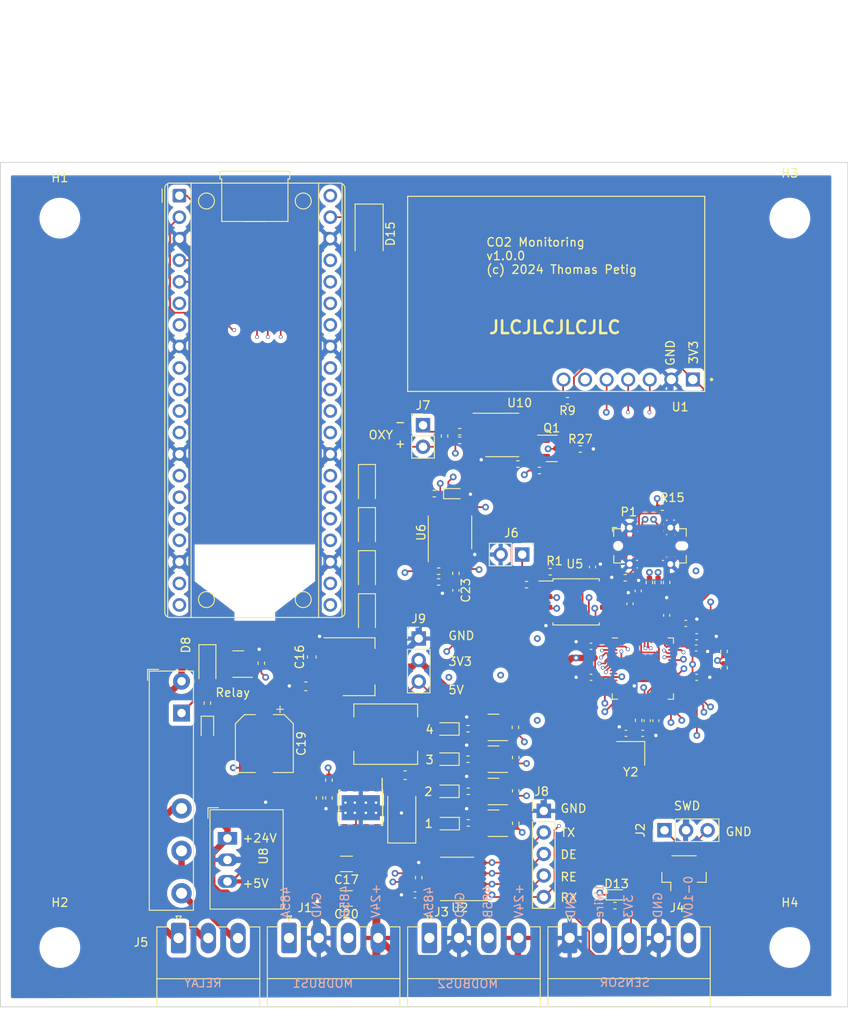
<source format=kicad_pcb>
(kicad_pcb (version 20221018) (generator pcbnew)
  (layers (0 "F.Cu" power) (1 "In1.Cu" signal) (2 "In2.Cu" signal) (31 "B.Cu" power) (34 "B.Paste" user) (35 "F.Paste" user) (36 "B.SilkS" user "B.Silkscreen") (37 "F.SilkS" user "F.Silkscreen") (38 "B.Mask" user) (39 "F.Mask" user) (44 "Edge.Cuts" user))
  (net 0 "")
  (net 1 "Net-(U4-USB_DM)")
  (net 2 "/processing/USB_D-")
  (net 3 "/processing/USB_D+")
  (net 4 "Net-(U4-USB_DP)")
  (net 5 "GND")
  (net 6 "Net-(U9-BOOT)")
  (net 7 "/io/485A")
  (net 8 "+3.3V")
  (net 9 "/io/485B")
  (net 10 "+24V")
  (net 15 "Net-(U9-VSENSE)")
  (net 16 "/io/MODBUS_RX")
  (net 21 "Net-(U4-XIN)")
  (net 22 "Net-(U4-XOUT)")
  (net 23 "+1V1")
  (net 28 "/io/MODBUS_RE")
  (net 29 "/io/MODBUS_DE")
  (net 30 "/io/MODBUS_TX")
  (net 34 "Net-(U4-QSPI_SD3)")
  (net 35 "Net-(U4-QSPI_SCLK)")
  (net 36 "Net-(U4-QSPI_SD0)")
  (net 37 "Net-(U4-QSPI_SD2)")
  (net 38 "Net-(U4-QSPI_SD1)")
  (net 39 "Net-(U4-QSPI_SS)")
  (net 40 "Net-(C3-Pad2)")
  (net 41 "Net-(U1-SEL)")
  (net 42 "/processing/LED1")
  (net 43 "/processing/LED2")
  (net 44 "/processing/LED3")
  (net 45 "+5V")
  (net 57 "/processing/LED4")
  (net 66 "/sensor/SCD_PWM")
  (net 67 "/processing/UART1 TX")
  (net 68 "/processing/UART1 RX")
  (net 69 "Net-(U6A-+)")
  (net 70 "Net-(D3-K)")
  (net 71 "Net-(D4-K)")
  (net 72 "Net-(D5-K)")
  (net 73 "Net-(D6-K)")
  (net 74 "Net-(D8-A)")
  (net 75 "Net-(J5-Pin_1)")
  (net 76 "Net-(J5-Pin_2)")
  (net 77 "Net-(J5-Pin_3)")
  (net 78 "Net-(P1-VBUS-PadA4)")
  (net 79 "/io/RELAY")
  (net 80 "Net-(U6B--)")
  (net 81 "Net-(U6A--)")
  (net 82 "/io/PWM1")
  (net 83 "Net-(J6-Pin_1)")
  (net 84 "/io/OUT1_10V")
  (net 85 "Net-(D7-K)")
  (net 86 "Net-(D10-A)")
  (net 87 "Net-(D10-K)")
  (net 88 "Net-(D11-K)")
  (net 89 "/io/Voxy")
  (net 90 "Net-(J7-Pin_1)")
  (net 91 "Net-(Q1-G)")
  (net 92 "Net-(Q1-S)")
  (net 93 "Net-(Q1-D)")
  (net 94 "Net-(U10-+)")
  (net 95 "Net-(U10--)")
  (net 99 "/io/1wire")
  (net 100 "Net-(D14-K)")
  (net 101 "Net-(Q3-D)")
  (net 102 "Net-(Q4-D)")
  (net 103 "Net-(Q5-D)")
  (net 104 "Net-(Q6-D)")
  (net 105 "Net-(P1-CC)")
  (net 106 "Net-(P1-VCONN)")
  (net 107 "Net-(U4-GPIO29_ADC3)")
  (net 108 "/processing/ADC2")
  (net 109 "/power/PH")
  (net 110 "Net-(J10-Pin_1)")
  (net 111 "Net-(J10-Pin_3)")
  (net 112 "Net-(D15-K)")
  (footprint "Diode_SMD:D_SOD-123" (layer "F.Cu") (at 105.918 100.966 -90)
    (fp_text reference "D9" hide)
    (fp_text value "1N4148W")
  )
  (footprint "Capacitor_SMD:C_0603_1608Metric" (layer "F.Cu") (at 98.7174 114.6048 180)
    (fp_text reference "C15" hide)
    (fp_text value "10u")
  )
  (footprint "Resistor_SMD:R_0402_1005Metric" (layer "F.Cu") (at 127.506 101.092 180)
    (fp_text reference "R1")
    (fp_text value "DNF")
  )
  (footprint "Package_TO_SOT_SMD:SOT-223-3_TabPin2" (layer "F.Cu") (at 104.9532 112.2928)
    (fp_text reference "U3" hide)
    (fp_text value "AP1117-33")
  )
  (footprint "Resistor_SMD:R_0402_1005Metric" (layer "F.Cu") (at 123.444 126.926 -90)
    (fp_text reference "R11" hide)
    (fp_text value "100k")
  )
  (footprint "Capacitor_SMD:C_0402_1005Metric" (layer "F.Cu") (at 144.752 113.538)
    (fp_text reference "C9" hide)
    (fp_text value "100n")
  )
  (footprint "Capacitor_SMD:C_0402_1005Metric" (layer "F.Cu") (at 144.7012 110.0836)
    (fp_text reference "C6" hide)
    (fp_text value "100n")
  )
  (footprint "Resistor_SMD:R_0402_1005Metric" (layer "F.Cu") (at 123.444 122.994 -90)
    (fp_text reference "R29" hide)
    (fp_text value "100k")
  )
  (footprint "Package_TO_SOT_SMD:SOT-23" (layer "F.Cu") (at 120.8255 119.446 180)
    (fp_text reference "Q3" hide)
    (fp_text value "BSS138")
  )
  (footprint "Package_DFN_QFN:QFN-56-1EP_7x7mm_P0.4mm_EP3.2x3.2mm" (layer "F.Cu") (at 138.4172 112.5092)
    (fp_text reference "U4" hide)
    (fp_text value "RP2040")
  )
  (footprint "Connector_Phoenix_MC:PhoenixContact_MC_1,5_3-G-3.5_1x03_P3.50mm_Horizontal" (layer "F.Cu") (at 83.7278 144.2859)
    (fp_text reference "J5")
    (fp_text value "Conn_01x03")
  )
  (footprint "Resistor_SMD:R_0402_1005Metric" (layer "F.Cu") (at 116.838 84.582)
    (fp_text reference "R24" hide)
    (fp_text value "330")
  )
  (footprint "Inductor_SMD:L_Sunlord_MWSA0603S" (layer "F.Cu") (at 108.1302 120.2436 180)
    (fp_text reference "L1" hide)
    (fp_text value "22u")
  )
  (footprint "Resistor_SMD:R_0402_1005Metric" (layer "F.Cu") (at 115.062 85.092 90)
    (fp_text reference "R14" hide)
    (fp_text value "1M")
  )
  (footprint "Connector_PinHeader_2.54mm:PinHeader_1x02_P2.54mm_Vertical" (layer "F.Cu") (at 124.206 99.06 -90)
    (fp_text reference "J6")
    (fp_text value "Conn_01x02")
  )
  (footprint "Connector_PinHeader_2.54mm:PinHeader_1x03_P2.54mm_Vertical" (layer "F.Cu") (at 140.97 131.572 90)
    (fp_text reference "J2")
    (fp_text value "Conn_01x03_Pin")
  )
  (footprint "MountingHole:MountingHole_4.3mm_M4_DIN965" (layer "F.Cu") (at 69.738 59.4)
    (fp_text reference "H1")
    (fp_text value "MountingHole")
  )
  (footprint "Capacitor_SMD:C_0402_1005Metric" (layer "F.Cu") (at 132.3112 113.538 180)
    (fp_text reference "C7" hide)
    (fp_text value "100n")
  )
  (footprint "Capacitor_SMD:C_0603_1608Metric" (layer "F.Cu") (at 110.415 125.0792)
    (fp_text reference "C18" hide)
    (fp_text value "10n")
  )
  (footprint "Resistor_SMD:R_0402_1005Metric" (layer "F.Cu") (at 147.9804 110.488 -90)
    (fp_text reference "R32" hide)
    (fp_text value "10k")
  )
  (footprint "Resistor_SMD:R_0402_1005Metric" (layer "F.Cu") (at 123.444 130.744 -90)
    (fp_text reference "R31" hide)
    (fp_text value "100k")
  )
  (footprint "LED_SMD:LED_0603_1608Metric" (layer "F.Cu") (at 87.122 119.6085 -90)
    (fp_text reference "D14" hide)
    (fp_text value "LED")
  )
  (footprint "MountingHole:MountingHole_4.3mm_M4" (layer "F.Cu") (at 155.738 145.4)
    (fp_text reference "H4")
    (fp_text value "MountingHole")
  )
  (footprint "Resistor_SMD:R_0402_1005Metric" (layer "F.Cu") (at 126.236 89.154)
    (fp_text reference "R26" hide)
    (fp_text value "100k")
  )
  (footprint "Resistor_SMD:R_0402_1005Metric" (layer "F.Cu") (at 101.4364 125.666 -90)
    (fp_text reference "R7" hide)
    (fp_text value "10k")
  )
  (footprint "Package_TO_SOT_SMD:SOT-23" (layer "F.Cu") (at 127.6835 86.548)
    (fp_text reference "Q1")
    (fp_text value "Q_PMOS_GSD")
  )
  (footprint "Capacitor_SMD:C_0402_1005Metric" (layer "F.Cu") (at 132.3112 109.8804 180)
    (fp_text reference "C5" hide)
    (fp_text value "100n")
  )
  (footprint "MountingHole:MountingHole_4.3mm_M4" (layer "F.Cu") (at 155.738 59.4)
    (fp_text reference "H3")
    (fp_text value "MountingHole")
  )
  (footprint "Connector_PinHeader_2.54mm:PinHeader_1x03_P2.54mm_Vertical" (layer "F.Cu") (at 112.014 108.966)
    (fp_text reference "J9")
    (fp_text value "Conn_01x03")
  )
  (footprint "Resistor_SMD:R_0402_1005Metric" (layer "F.Cu") (at 136.3452 101.8032)
    (fp_text reference "R34" hide)
    (fp_text value "5k1")
  )
  (footprint "Resistor_SMD:R_0402_1005Metric" (layer "F.Cu") (at 114.362 101.027)
    (fp_text reference "R19" hide)
    (fp_text value "10k")
  )
  (footprint "LED_SMD:LED_0603_1608Metric" (layer "F.Cu") (at 115.2905 119.634 180)
    (fp_text reference "D6" hide)
    (fp_text value "LED")
  )
  (footprint "Resistor_SMD:R_0402_1005Metric" (layer "F.Cu") (at 117.858 126.982)
    (fp_text reference "R10" hide)
    (fp_text value "220")
  )
  (footprint "LED_SMD:LED_0603_1608Metric" (layer "F.Cu") (at 115.3215 130.794 180)
    (fp_text reference "D5" hide)
    (fp_text value "LED")
  )
  (footprint "Diode_SMD:D_SOD-123" (layer "F.Cu") (at 105.918 90.806 -90)
    (fp_text reference "D11" hide)
    (fp_text value "1N4148W")
  )
  (footprint "Resistor_SMD:R_0402_1005Metric" (layer "F.Cu") (at 131.062 86.614)
    (fp_text reference "R27")
    (fp_text value "10k")
  )
  (footprint "Connector_PinHeader_2.54mm:PinHeader_1x02_P2.54mm_Vertical" (layer "F.Cu") (at 112.522 83.815)
    (fp_text reference "J7")
    (fp_text value "Conn_01x02")
  )
  (footprint "Diode_SMD:D_SOD-123" (layer "F.Cu") (at 105.918 106.046 -90)
    (fp_text reference "D7" hide)
    (fp_text value "1N4148W")
  )
  (footprint "Resistor_SMD:R_0402_1005Metric" (layer "F.Cu") (at 135.126 140.462)
    (fp_text reference "R17" hide)
    (fp_text value "10k")
  )
  (footprint "Crystal:Crystal_SMD_2520-4Pin_2.5x2.0mm" (layer "F.Cu") (at 136.99 122.516 180)
    (fp_text reference "Y2")
    (fp_text value "7E12000E10UCG ")
  )
  (footprint "Package_TO_SOT_SMD:SOT-23" (layer "F.Cu") (at 120.8255 123.19 180)
    (fp_text reference "Q5" hide)
    (fp_text value "BSS138")
  )
  (footprint "Diode_SMD:D_SMA" (layer "F.Cu") (at 106.172 61.246 -90)
    (fp_text reference "D15")
    (fp_text value "B340")
  )
  (footprint "Capacitor_SMD:C_0402_1005Metric" (layer "F.Cu") (at 132.4864 100.5312 90)
    (fp_text reference "C1" hide)
    (fp_text value "100n")
  )
  (footprint "Diode_SMD:D_SMA" (layer "F.Cu") (at 110.0216 129.5684 90)
    (fp_text reference "D2" hide)
    (fp_text value "B340")
  )
  (footprint "Resistor_SMD:R_0402_1005Metric" (layer "F.Cu") (at 116.838 85.598)
    (fp_text reference "R23" hide)
    (fp_text value "330")
  )
  (footprint "Capacitor_SMD:C_0402_1005Metric" (layer "F.Cu") (at 136.906 104.874 90)
    (fp_text reference "C12" hide)
    (fp_text value "100n")
  )
  (footprint "Connector_JST:JST_SH_BM03B-SRSS-TB_1x03-1MP_P1.00mm_Vertical" (layer "F.Cu") (at 143.272 136.597)
    (fp_text reference "J10" hide)
    (fp_text value "Conn_01x03_Pin")
  )
  (footprint "Capacitor_SMD:C_0402_1005Metric" (layer "F.Cu") (at 111.5796 139.192 180)
    (fp_text reference "C21" hide)
    (fp_text value "10n")
  )
  (footprint "Capacitor_SMD:C_0402_1005Metric" (layer "F.Cu") (at 116.394 103.285 -90)
    (fp_text reference "C23")
    (fp_text value "10p")
  )
  (footprint "Package_TO_SOT_SMD:SOT-23" (layer "F.Cu") (at 120.8255 127 180)
    (fp_text reference "Q4" hide)
    (fp_text value "BSS138")
  )
  (footprint "Resistor_SMD:R_0402_1005Metric" (layer "F.Cu") (at 123.404 119.444 -90)
    (fp_text reference "R28" hide)
    (fp_text value "100k")
  )
  (footprint "Package_SO:SOIC-8_3.9x4.9mm_P1.27mm" (layer "F.Cu") (at 116.5352 137.3124 180)
    (fp_text reference "U2")
    (fp_text value "SP3485EN")
  )
  (footprint "Resistor_SMD:R_0402_1005Metric" (layer "F.Cu") (at 117.828 119.6)
    (fp_text reference "R13" hide)
    (fp_text value "220")
  )
  (footprint "Connector_Phoenix_MC:PhoenixContact_MC_1,5_5-G-3.5_1x05_P3.50mm_Horizontal" (layer "F.Cu") (at 129.794 144.272)
    (fp_text reference "J4")
    (fp_text value "Conn_01x05")
  )
  (footprint "Capacitor_SMD:C_0402_1005Metric" (layer "F.Cu") (at 136.426 120.142)
    (fp_text reference "C2" hide)
    (fp_text value "10p")
  )
  (footprint "LED_SMD:LED_0603_1608Metric" (layer "F.Cu") (at 115.2905 126.982 180)
    (fp_text reference "D3" hide)
    (fp_text value "LED")
  )
  (footprint "Diode_SMD:D_SOD-523" (layer "F.Cu") (at 135.32 139.192)
    (fp_text reference "D13")
    (fp_text value "MM5Z3V9")
  )
  (footprint "Resistor_SMD:R_0402_1005Metric" (layer "F.Cu") (at 123.696 88.392)
    (fp_text reference "R25" hide)
    (fp_text value "100k")
  )
  (footprint "Capacitor_SMD:C_0402_1005Metric" (layer "F.Cu") (at 139.954 118.646 -90)
    (fp_text reference "C11" hide)
    (fp_text value "100n")
  )
  (footprint "Resistor_SMD:R_0402_1005Metric" (layer "F.Cu") (at 124.712 102.616)
    (fp_text reference "R2" hide)
    (fp_text value "1k")
  )
  (footprint "Resistor_SMD:R_0402_1005Metric" (layer "F.Cu") (at 93.472 111.8788 -90)
    (fp_text reference "R22" hide)
    (fp_text value "100k")
  )
  (footprint "Relay_THT:Relay_SPDT_Finder_34.51_Vertical" (layer "F.Cu") (at 84.074 117.7544 -90)
    (fp_text reference "K1" hide)
    (fp_text value "Relay_SPDT")
  )
  (footprint "pico:RaspberryPi_Pico_Common_THT" (layer "F.Cu") (at 92.71 80.8737)
    (fp_text reference "U7" hide)
    (fp_text value "RaspberryPi_Pico")
  )
  (footprint "Capacitor_SMD:C_0402_1005Metric" (layer "F.Cu") (at 137.8712 103.3552 90)
    (fp_text reference "C10" hide)
    (fp_text value "100n")
  )
  (footprint "Resistor_SMD:R_0402_1005Metric" (layer "F.Cu") (at 141.224 102.36 90)
    (fp_text reference "R35" hide)
    (fp_text value "5k1")
  )
  (footprint "Resistor_SMD:R_0402_1005Metric" (layer "F.Cu") (at 114.36 102.297)
    (fp_text reference "R20" hide)
    (fp_text value "10k")
  )
  (footprint "scd30:MODULE_SCD30" (layer "F.Cu") (at 128.2123 68.326 180)
    (fp_text reference "U1")
    (fp_text value "SCD30")
  )
  (footprint "Capacitor_SMD:C_0603_1608Metric" (layer "F.Cu") (at 99.4156 111.1374 90)
    (fp_text reference "C16")
    (fp_text value "10u")
  )
  (footprint "Diode_SMD:D_SOD-123" (layer "F.Cu") (at 87.122 112.0576 -90)
    (fp_text reference "D8")
    (fp_text value "1N4148W")
  )
  (footprint "Resistor_SMD:R_0402_1005Metric" (layer "F.Cu") (at 87.12 116.586 90)
    (fp_text reference "R18" hide)
    (fp_text value "1k5")
  )
  (footprint "Resistor_SMD:R_0402_1005Metric" (layer "F.Cu") (at 100.33 127.76 -90)
    (fp_text reference "R36" hide)
    (fp_text value "100k")
  )
  (footprint "Resistor_SMD:R_0402_1005Metric" (layer "F.Cu") (at 139.192 102.36 -90)
    (fp_text reference "R5" hide)
    (fp_text value "27")
  )
  (footprint "Resistor_SMD:R_0402_1005Metric" (layer "F.Cu") (at 140.208 102.36 90)
    (fp_text reference "R4" hide)
    (fp_text value "27")
  )
  (footprint "Package_SO:SOIC-8_3.9x4.9mm_P1.27mm" (layer "F.Cu") (at 115.697 96.455 90)
    (fp_text reference "U6")
    (fp_text value "LM358")
  )
  (footprint "Package_SO:SOIC-8_3.9x4.9mm_P1.27mm" (layer "F.Cu") (at 121.855 84.963)
    (fp_text reference "U10")
    (fp_text value "OP07")
  )
  (footprint "Resistor_SMD:R_0402_1005Metric" (layer "F.Cu") (at 101.4364 127.76 -90)
    (fp_text reference "R8" hide)
    (fp_text value "3k3")
  )
  (footprint "Connector_PinHeader_2.54mm:PinHeader_1x05_P2.54mm_Vertical" (layer "F.Cu") (at 126.746 129.286)
    (fp_text reference "J8")
    (fp_text value "Conn_01x05")
  )
  (footprint "Resistor_SMD:R_0402_1005Metric" (layer "F.Cu") (at 113.854 91.883 180)
    (fp_text reference "R16" hide)
    (fp_text value "1k")
  )
  (footprint "Resistor_SMD:R_0402_1005Metric" (layer "F.Cu") (at 116.394 101.281 90)
    (fp_text reference "R21" hide)
    (fp_text value "4k7")
  )
  (footprint "Capacitor_SMD:C_0402_1005Metric" (layer "F.Cu") (at 138.938 118.646 -90)
    (fp_text reference "C4" hide)
    (fp_text value "100n")
  )
  (footprint "Capacitor_SMD:C_1206_3216Metric" (layer "F.Cu") (at 103.5012 135.544 180)
    (fp_text reference "C17")
    (fp_text value "4u7, 50V")
  )
  (footprint "Resistor_SMD:R_0402_1005Metric" (layer "F.Cu") (at 112.014 137.158 -90)
    (fp_text reference "R6" hide)
    (fp_text value "120")
  )
  (footprint "Connector_Phoenix_MC:PhoenixContact_MC_1,5_4-G-3.5_1x04_P3.50mm_Horizontal" (layer "F.Cu") (at 113.2706 144.272)
    (fp_text reference "J3")
    (fp_text value "Conn_01x04")
  )
  (footprint "Capacitor_SMD:C_0402_1005Metric" (layer "F.Cu") (at 138.402 120.142 180)
    (fp_text reference "C3" hide)
    (fp_text value "10p")
  )
  (footprint "Capacitor_SMD:C_0402_1005Metric" (layer "F.Cu") (at 141.224 106.238 90)
    (fp_text reference "C14" hide)
    (fp_text value "1u")
  )
  (footprint "Capacitor_SMD:CP_Elec_6.3x7.7" (layer "F.Cu") (at 93.8276 121.3528 -90)
    (fp_text reference "C19")
    (fp_text value "220u")
  )
  (footprint "Resistor_SMD:R_0402_1005Metric" (layer "F.Cu") (at 129.538 80.9244 180)
    (fp_text reference "R9")
    (fp_text value "10k")
  )
  (footprint "Package_TO_SOT_SMD:SOT-23" (layer "F.Cu") (at 90.7565 111.9784 180)
    (fp_text reference "Q2" hide)
    (fp_text value "BSS138")
  )
  (footprint "Connector_USB:USB_C_Receptacle_G-Switch_GT-USB-7051x" (layer "F.Cu") (at 139.262 98.042)
    (fp_text reference "P1")
    (fp_text value "USB_C_Plug_USB2.0")
  )
  (footprint "Package_SO:SOIC-8_5.23x5.23mm_P1.27mm" (layer "F.Cu") (at 130.556 104.648)
    (fp_text reference "U5")
    (fp_text value "W25Q128JVS")
  )
  (footprint "Capacitor_SMD:C_1206_3216Metric" (layer "F.Cu") (at 103.5012 139.608 180)
    (fp_text reference "C20")
    (fp_text value "4u7, 50V")
  )
  (footprint "Connector_Phoenix_MC:PhoenixContact_MC_1,5_4-G-3.5_1x04_P3.50mm_Horizontal" (layer "F.Cu") (at 96.7388 144.272)
    (fp_text reference "J1")
    (fp_text value "Conn_01x04")
  )
  (footprint "Resistor_SMD:R_0402_1005Metric" (layer "F.Cu") (at 140.718 93.472 180)
    (fp_text reference "R15")
    (fp_text value "DNF")
  )
  (footprint "Diode_SMD:D_SOD-123" (layer "F.Cu") (at 105.918 95.886 -90)
    (fp_text reference "D10" hide)
    (fp_text value "1N4148W")
  )
  (footprint "Resistor_SMD:R_0402_1005Metric" (layer "F.Cu") (at 147.9804 112.4224 -90)
    (fp_text reference "R33" hide)
    (fp_text value "10k")
  )
  (footprint "Diode_SMD:D_SOD-523" (layer "F.Cu") (at 116.202 91.883)
    (fp_text reference "D12" hide)
    (fp_text value "MM5Z3V9")
  )
  (footprint "Resistor_SMD:R_0402_1005Metric" (layer "F.Cu") (at 137.922 118.616 90)
    (fp_text reference "R3" hide)
    (fp_text value "1k")
  )
  (footprint "Package_TO_SOT_SMD:SOT-23" (layer "F.Cu") (at 120.8255 130.744 180)
    (fp_text reference "Q6" hide)
    (fp_text value "BSS138")
  )
  (footprint "Converter_DCDC:Converter_DCDC_RECOM_R-78E-0.5_THT" (layer "F.Cu") (at 89.4865 132.5286 -90)
    (fp_text reference "U8")
    (fp_text value "R-78C5.0-1.0")
  )
  (footprint "Resistor_SMD:R_0402_1005Metric" (layer "F.Cu") (at 117.828 123.196)
    (fp_text reference "R12" hide)
    (fp_text value "220")
  )
  (footprint "LED_SMD:LED_0603_1608Metric" (layer "F.Cu") (at 115.2905 123.19 180)
    (fp_text reference "D4" hide)
    (fp_text value "LED")
  )
  (footprint "Capacitor_SMD:C_0402_1005Metric" (layer "F.Cu") (at 144.752 108.75)
    (fp_text reference "C13" hide)
    (fp_text value "1u")
  )
  (footprint "Capacitor_SMD:C_0402_1005Metric" (layer "F.Cu") (at 143.482 107.188)
    (fp_text reference "C8" hide)
    (fp_text value "100n")
  )
  (footprint "Package_SO:TI_SO-PowerPAD-8_ThermalVias" (layer "F.Cu") (at 105.1848 128.9208 -90)
    (fp_text reference "U9" hide)
    (fp_text value "TPS5430DDA")
  )
  (footprint "MountingHole:MountingHole_4.3mm_M4" (layer "F.Cu") (at 69.738 145.4)
    (fp_text reference "H2")
    (fp_text value "MountingHole")
  )
  (footprint "Resistor_SMD:R_0402_1005Metric" (layer "F.Cu") (at 117.859 130.71)
    (fp_text reference "R30" hide)
    (fp_text value "220")
  )
  (gr_line (start 62.738 152.4) (end 162.56 152.4) (stroke (width 0.1)) (layer "Edge.Cuts"))
  (gr_line (start 62.738 52.832) (end 62.738 152.4) (stroke (width 0.1)) (layer "Edge.Cuts"))
  (gr_line (start 162.56 152.4) (end 162.56 52.832) (stroke (width 0.1)) (layer "Edge.Cuts"))
  (gr_line (start 162.56 52.832) (end 62.738 52.832) (stroke (width 0.1)) (layer "Edge.Cuts"))
  (gr_text "SENSOR" (at 139.3444 150.114) (layer "B.SilkS") (effects (font (size 1 1)) (justify left bottom mirror)))
  (gr_text "GND" (at 117.4496 138.772781 90) (layer "B.SilkS") (effects (font (size 1 1)) (justify left bottom mirror)))
  (gr_text "MODBUS1" (at 104.394 150.2156) (layer "B.SilkS") (effects (font (size 1 1)) (justify left bottom mirror)))
  (gr_text "1Wire" (at 133.858 137.772781 90) (layer "B.SilkS") (effects (font (size 1 1)) (justify left bottom mirror)))
  (gr_text "3V3" (at 137.3124 139.058495 90) (layer "B.SilkS") (effects (font (size 1 1)) (justify left bottom mirror)))
  (gr_text "GND" (at 140.7668 138.772781 90) (layer "B.SilkS") (effects (font (size 1 1)) (justify left bottom mirror)))
  (gr_text "RELAY" (at 88.9 150.1648) (layer "B.SilkS") (effects (font (size 1 1)) (justify left bottom mirror)))
  (gr_text "0-10V" (at 144.3736 136.8552 90) (layer "B.SilkS") (effects (font (size 1 1)) (justify left bottom mirror)))
  (gr_text "GND" (at 100.584 138.772781 90) (layer "B.SilkS") (effects (font (size 1 1)) (justify left bottom mirror)))
  (gr_text "+24V" (at 124.4092 137.8204 90) (layer "B.SilkS") (effects (font (size 1 1)) (justify left bottom mirror)))
  (gr_text "485B" (at 120.7516 137.963257 90) (layer "B.SilkS") (effects (font (size 1 1)) (justify left bottom mirror)))
  (gr_text "MODBUS2" (at 121.4628 150.2664) (layer "B.SilkS") (effects (font (size 1 1)) (justify left bottom mirror)))
  (gr_text "485A" (at 96.9264 138.106114 90) (layer "B.SilkS") (effects (font (size 1 1)) (justify left bottom mirror)))
  (gr_text "485A" (at 113.792 138.106114 90) (layer "B.SilkS") (effects (font (size 1 1)) (justify left bottom mirror)))
  (gr_text "+24V" (at 107.5436 137.8204 90) (layer "B.SilkS") (effects (font (size 1 1)) (justify left bottom mirror)))
  (gr_text "GND" (at 130.5052 138.772781 90) (layer "B.SilkS") (effects (font (size 1 1)) (justify left bottom mirror)))
  (gr_text "485B" (at 103.886 137.963257 90) (layer "B.SilkS") (effects (font (size 1 1)) (justify left bottom mirror)))
  (gr_text "GND" (at 115.4176 109.22) (layer "F.SilkS") (effects (font (size 1 1)) (justify left bottom)))
  (gr_text "2" (at 112.5728 127.6096) (layer "F.SilkS") (effects (font (size 1 1)) (justify left bottom)))
  (gr_text "5V" (at 115.4176 115.6208) (layer "F.SilkS") (effects (font (size 1 1)) (justify left bottom)))
  (gr_text "SWD\n" (at 141.986 129.286) (layer "F.SilkS") (effects (font (size 1 1)) (justify left bottom)))
  (gr_text "Relay" (at 87.9856 115.9256) (layer "F.SilkS") (effects (font (size 1 1)) (justify left bottom)))
  (gr_text "4" (at 112.7252 120.2944) (layer "F.SilkS") (effects (font (size 1 1)) (justify left bottom)))
  (gr_text "GND" (at 148.082 132.334) (layer "F.SilkS") (effects (font (size 1 1)) (justify left bottom)))
  (gr_text "TX" (at 128.6256 132.4356) (layer "F.SilkS") (effects (font (size 1 1)) (justify left bottom)))
  (gr_text "OXY" (at 106.0196 85.5472) (layer "F.SilkS") (effects (font (size 1 1)) (justify left bottom)))
  (gr_text "3V3" (at 115.4176 112.268) (layer "F.SilkS") (effects (font (size 1 1)) (justify left bottom)))
  (gr_text "CO2 Monitoring \nv1.0.0\n(c) 2024 Thomas Petig" (at 119.888 66.04) (layer "F.SilkS") (effects (font (size 1 1)) (justify left bottom)))
  (gr_text "-" (at 109.1184 84.0232) (layer "F.SilkS") (effects (font (size 1 1)) (justify left bottom)))
  (gr_text "1" (at 112.6236 131.3688) (layer "F.SilkS") (effects (font (size 1 1)) (justify left bottom)))
  (gr_text "GND" (at 142.24 76.9112 90) (layer "F.SilkS") (effects (font (size 1 1)) (justify left bottom)))
  (gr_text "+5V" (at 91.186 138.43) (layer "F.SilkS") (effects (font (size 1 1)) (justify left bottom)))
  (gr_text "RE" (at 128.6256 137.668) (layer "F.SilkS") (effects (font (size 1 1)) (justify left bottom)))
  (gr_text "JLCJLCJLCJLC" (at 120.142 73.152) (layer "F.SilkS") (effects (font (size 1.5 1.5) (thickness 0.3) bold) (justify left bottom)))
  (gr_text "+24V" (at 91.186 133.096) (layer "F.SilkS") (effects (font (size 1 1)) (justify left bottom)))
  (gr_text "+" (at 109.1184 86.5632) (layer "F.SilkS") (effects (font (size 1 1)) (justify left bottom)))
  (gr_text "3" (at 112.7252 123.8504) (layer "F.SilkS") (effects (font (size 1 1)) (justify left bottom)))
  (gr_text "3V3" (at 144.9832 76.708 90) (layer "F.SilkS") (effects (font (size 1 1)) (justify left bottom)))
  (gr_text "GND" (at 128.6256 129.5908) (layer "F.SilkS") (effects (font (size 1 1)) (justify left bottom)))
  (gr_text "RX" (at 128.6256 140.1064) (layer "F.SilkS") (effects (font (size 1 1)) (justify left bottom)))
  (gr_text "DE" (at 128.6256 135.0264) (layer "F.SilkS") (effects (font (size 1 1)) (justify left bottom)))
  (segment (start 140.208 103.6632) (end 140.208 102.87) (width 0.2) (layer "F.Cu") (net 1))
  (segment (start 139.8172 104.054) (end 140.208 103.6632) (width 0.2) (layer "F.Cu") (net 1))
  (segment (start 139.8172 109.0717) (end 139.8172 104.054) (width 0.2) (layer "F.Cu") (net 1))
  (segment (start 139.642 96.832) (end 139.642 97.282) (width 0.2) (layer "F.Cu") (net 2))
  (segment (start 139.684003 95.022581) (end 140.162 95.500578) (width 0.2) (layer "F.Cu") (net 2))
  (segment (start 140.208 101.85) (end 140.208 101.167) (width 0.2) (layer "F.Cu") (net 2))
  (segment (start 140.162 96.312) (end 139.642 96.832) (width 0.2) (layer "F.Cu") (net 2))
  (segment (start 139.684003 94.917) (end 139.684003 95.022581) (width 0.2) (layer "F.Cu") (net 2))
  (segment (start 140.162 95.500578) (end 140.162 96.312) (width 0.2) (layer "F.Cu") (net 2))
  (via (at 139.684003 94.917) (size 0.8) (drill 0.4) (layers "F.Cu" "B.Cu") (net 2))
  (via (at 140.208 101.167) (size 0.8) (drill 0.4) (layers "F.Cu" "B.Cu") (net 2))
  (segment (start 138.362 95.239) (end 138.684 94.917) (width 0.2) (layer "F.Cu") (net 3))
  (segment (start 139.192 101.85) (end 139.192 101.167) (width 0.2) (layer "F.Cu") (net 3))
  (segment (start 138.852 97.282) (end 138.852 96.773422) (width 0.2) (layer "F.Cu") (net 3))
  (segment (start 138.852 96.773422) (end 138.362 96.283422) (width 0.2) (layer "F.Cu") (net 3))
  (segment (start 138.362 96.283422) (end 138.362 95.239) (width 0.2) (layer "F.Cu") (net 3))
  (via (at 139.192 101.167) (size 0.8) (drill 0.4) (layers "F.Cu" "B.Cu") (net 3))
  (via (at 138.684 94.917) (size 0.8) (drill 0.4) (layers "F.Cu" "B.Cu") (net 3))
  (segment (start 139.4172 109.0717) (end 139.4172 104.1112) (width 0.2) (layer "F.Cu") (net 4))
  (segment (start 139.192 103.886) (end 139.192 102.87) (width 0.2) (layer "F.Cu") (net 4))
  (segment (start 139.4172 104.1112) (end 139.192 103.886) (width 0.2) (layer "F.Cu") (net 4))
  (segment (start 131.0974 109.8804) (end 131.8312 109.8804) (width 0.2) (layer "F.Cu") (net 5))
  (segment (start 131.8312 113.538) (end 130.556 113.538) (width 0.2) (layer "F.Cu") (net 5))
  (segment (start 109.982 129.54) (end 109.982 127.608) (width 0.75) (layer "F.Cu") (net 5))
  (segment (start 117.664 129.032) (end 118.426 129.794) (width 0.2) (layer "F.Cu") (net 5))
  (segment (start 114.0602 135.4074) (end 112.0394 135.4074) (width 0.2) (layer "F.Cu") (net 5))
  (segment (start 145.232 113.538) (end 146.304 113.538) (width 0.2) (layer "F.Cu") (net 5))
  (segment (start 145.6436 110.0836) (end 146.05 110.49) (width 0.2) (layer "F.Cu") (net 5))
  (segment (start 93.218 111.1148) (end 93.472 111.3688) (width 0.2) (layer "F.Cu") (net 5))
  (segment (start 121.763 118.496) (end 122.966 118.496) (width 0.2) (layer "F.Cu") (net 5))
  (segment (start 147.066 108.712) (end 145.74 108.712) (width 0.75) (layer "F.Cu") (net 5))
  (segment (start 135.946 119.69) (end 135.636 119.38) (width 0.2) (layer "F.Cu") (net 5))
  (segment (start 138.19 123.366) (end 139.09 122.466) (width 0.2) (layer "F.Cu") (net 5))
  (segment (start 117.941521 118.496) (end 121.763 118.496) (width 0.2) (layer "F.Cu") (net 5))
  (segment (start 135.946 120.142) (end 135.946 119.69) (width 0.2) (layer "F.Cu") (net 5))
  (segment (start 144.272 107.188) (end 144.78 106.68) (width 0.2) (layer "F.Cu") (net 5))
  (segment (start 118.426 129.794) (end 121.763 129.794) (width 0.2) (layer "F.Cu") (net 5))
  (segment (start 100.33 108.712) (end 100.5224 108.712) (width 0.75) (layer "F.Cu") (net 5))
  (segment (start 93.218 110.236) (end 93.218 111.1148) (width 0.2) (layer "F.Cu") (net 5))
  (segment (start 130.556 109.339) (end 131.0974 109.8804) (width 0.2) (layer "F.Cu") (net 5))
  (segment (start 135.89 121.666) (end 135.89 120.198) (width 0.2) (layer "F.Cu") (net 5))
  (segment (start 101.1052 139.954) (end 101.4512 139.608) (width 0.75) (layer "F.Cu") (net 5))
  (segment (start 141.662 95.892) (end 142.012 96.242) (width 0.2) (layer "F.Cu") (net 5))
  (segment (start 146.304 113.538) (end 147.3748 113.538) (width 0.2) (layer "F.Cu") (net 5))
  (segment (start 121.763 122.24) (end 118.365 122.24) (width 0.2) (layer "F.Cu") (net 5))
  (segment (start 112.0394 135.4074) (end 112.014 135.382) (width 0.2) (layer "F.Cu") (net 5))
  (segment (start 141.224 102.87) (end 141.224 104.14) (width 0.2) (layer "F.Cu") (net 5))
  (segment (start 141.224 104.14) (end 141.224 105.288) (width 0.75) (layer "F.Cu") (net 5))
  (segment (start 123.444 130.234) (end 123.376 130.234) (width 0.2) (layer "F.Cu") (net 5))
  (segment (start 109.982 127.608) (end 110.0216 127.5684) (width 0.75) (layer "F.Cu") (net 5))
  (segment (start 99.4156 110.3624) (end 101.4336 110.3624) (width 0.2) (layer "F.Cu") (net 5))
  (segment (start 113.85 102.674) (end 114.808 103.632) (width 0.2) (layer "F.Cu") (net 5))
  (segment (start 140.518 141.534) (end 139.446 140.462) (width 0.2) (layer "F.Cu") (net 5))
  (segment (start 138.882 120.142) (end 138.882 119.182) (width 0.2) (layer "F.Cu") (net 5))
  (segment (start 139.09 120.35) (end 138.882 120.142) (width 0.2) (layer "F.Cu") (net 5))
  (segment (start 121.763 122.24) (end 123.2 122.24) (width 0.2) (layer "F.Cu") (net 5))
  (segment (start 111.0996 139.192) (end 109.982 139.192) (width 0.2) (layer "F.Cu") (net 5))
  (segment (start 92.4864 110.236) (end 91.694 111.0284) (width 0.2) (layer "F.Cu") (net 5))
  (segment (start 136.862 100.192) (end 136.482 99.812) (width 0.2) (layer "F.Cu") (net 5))
  (segment (start 136.705213 104.193213) (end 136.906 104.394) (width 0.2) (layer "F.Cu") (net 5))
  (segment (start 138.09 123.366) (end 138.19 123.366) (width 0.2) (layer "F.Cu") (net 5))
  (segment (start 118.492 126.05) (end 121.763 126.05) (width 0.2) (layer "F.Cu") (net 5))
  (segment (start 101.4512 139.608) (end 101.4512 135.544) (width 0.75) (layer "F.Cu") (net 5))
  (segment (start 114.941 103.765) (end 114.808 103.632) (width 0.2) (layer "F.Cu") (net 5))
  (segment (start 139.954 119.126) (end 139.954 120.396) (width 0.2) (layer "F.Cu") (net 5))
  (segment (start 118.365 122.24) (end 117.664 121.539) (width 0.2) (layer "F.Cu") (net 5))
  (segment (start 96.774 114.554) (end 97.8916 114.554) (width 0.2) (layer "F.Cu") (net 5))
  (segment (start 143.272 137.922) (end 143.272 131.81) (width 0.2) (layer "F.Cu") (net 5))
  (segment (start 137.414 139.192) (end 138.684 140.462) (width 0.2) (layer "F.Cu") (net 5))
  (segment (start 123.078 126.05) (end 123.444 126.416) (width 0.2) (layer "F.Cu") (net 5))
  (segment (start 118.045 91.883) (end 118.11 91.948) (width 0.2) (layer "F.Cu") (net 5))
  (segment (start 104.6226 132.0368) (end 104.6226 129.9718) (width 0.2) (layer "F.Cu") (net 5))
  (segment (start 104.6226 132.3726) (end 104.6226 132.0368) (width 0.2) (layer "F.Cu") (net 5))
  (segment (start 136.482 99.812) (end 136.482 98.802) (width 0.2) (layer "F.Cu") (net 5))
  (segment (start 136.482 97.282) (end 136.482 96.272) (width 0.2) (layer "F.Cu") (net 5))
  (segment (start 138.882 119.182) (end 138.938 119.126) (width 0.2) (layer "F.Cu") (net 5))
  (segment (start 116.902 91.883) (end 118.045 91.883) (width 0.2) (layer "F.Cu") (net 5))
  (segment (start 143.962 107.188) (end 144.272 107.188) (width 0.2) (layer "F.Cu") (net 5))
  (segment (start 104.6226 129.9718) (end 105.2576 129.3368) (width 0.2) (layer "F.Cu") (net 5))
  (segment (start 139.09 122.466) (end 139.09 120.35) (width 0.2) (layer "F.Cu") (net 5))
  (segment (start 118.488 98.93) (end 118.618 99.06) (width 0.2) (layer "F.Cu") (net 5))
  (segment (start 142.012 99.842) (end 142.012 98.802) (width 0.2) (layer "F.Cu") (net 5))
  (segment (start 93.218 110.236) (end 92.4864 110.236) (width 0.2) (layer "F.Cu") (net 5))
  (segment (start 121.763 126.05) (end 123.078 126.05) (width 0.2) (layer "F.Cu") (net 5))
  (segment (start 93.98 128.27) (end 93.98 125.2052) (width 0.75) (layer "F.Cu") (net 5))
  (segment (start 145.1812 110.0836) (end 145.6436 110.0836) (width 0.2) (layer "F.Cu") (net 5))
  (segment (start 122.936 129.794) (end 121.763 129.794) (width 0.2) (layer "F.Cu") (net 5))
  (segment (start 100.076 139.954) (end 101.1052 139.954) (width 0.75) (layer "F.Cu") (net 5))
  (segment (start 123.2 122.24) (end 123.444 122.484) (width 0.2) (layer "F.Cu") (net 5))
  (segment (start 116.394 103.765) (end 114.941 103.765) (width 0.2) (layer "F.Cu") (net 5))
  (segment (start 139.446 140.462) (end 138.684 140.462) (width 0.2) (layer "F.Cu") (net 5))
  (segment (start 134.8058 101.8032) (end 135.8352 101.8032) (width 0.2) (layer "F.Cu") (net 5))
  (segment (start 117.664 118.218479) (end 117.941521 118.496) (width 0.2) (layer "F.Cu") (net 5))
  (segment (start 140.518 144.272) (end 140.518 141.534) (width 0.2) (layer "F.Cu") (net 5))
  (segment (start 100.33 128.27) (end 101.4364 128.27) (width 0.2) (layer "F.Cu") (net 5))
  (segment (start 145.74 108.712) (end 145.702 108.75) (width 0.75) (layer "F.Cu") (net 5))
  (segment (start 100.5224 108.712) (end 101.8032 109.9928) (width 0.75) (layer "F.Cu") (net 5))
  (segment (start 127 107.442) (end 127 106.597) (width 0.2) (layer "F.Cu") (net 5))
  (segment (start 142.012 96.242) (end 142.012 97.282) (width 0.2) (layer "F.Cu") (net 5))
  (segment (start 119.38 86.868) (end 119.38 87.884) (width 0.2) (layer "F.Cu") (net 5))
  (segment (start 101.4512 135.544) (end 104.6226 132.3726) (width 0.2) (layer "F.Cu") (net 5))
  (segment (start 139.954 119.126) (end 138.938 119.126) (width 0.2) (layer "F.Cu") (net 5))
  (segment (start 127 106.597) (end 126.956 106.553) (width 0.2) (layer "F.Cu") (net 5))
  (segment (start 122.966 118.496) (end 123.404 118.934) (width 0.2) (layer "F.Cu") (net 5))
  (segment (start 132.4864 100.0212) (end 133.2444 100.0212) (width 0.2) (layer "F.Cu") (net 5))
  (segment (start 137.414 114.554) (end 137.4172 114.5572) (width 0.2) (layer "F.Cu") (net 5))
  (segment (start 101.4336 110.3624) (end 101.8032 109.9928) (width 0.2) (layer "F.Cu") (net 5))
  (segment (start 101.4364 128.1272) (end 101.4364 128.6876) (width 0.2) (layer "F.Cu") (net 5))
  (segment (start 123.376 130.234) (end 122.936 129.794) (width 0.2) (layer "F.Cu") (net 5))
  (segment (start 117.602 98.93) (end 118.488 98.93) (width 0.2) (layer "F.Cu") (net 5))
  (segment (start 134.8058 101.8032) (end 134.755 101.7524) (width 0.2) (layer "F.Cu") (net 5))
  (segment (start 93.98 125.2052) (end 93.8276 125.0528) (width 0.75) (layer "F.Cu") (net 5))
  (segment (start 137.414 114.554) (end 137.414 113.5124) (width 0.75) (layer "F.Cu") (net 5))
  (segment (start 136.482 96.272) (end 136.862 95.892) (width 0.2) (layer "F.Cu") (net 5))
  (segment (start 136.705213 103.559263) (end 136.705213 104.193213) (width 0.2) (layer "F.Cu") (net 5))
  (segment (start 135.89 120.198) (end 135.946 120.142) (width 0.2) (layer "F.Cu") (net 5))
  (segment (start 147.3748 113.538) (end 147.9804 112.9324) (width 0.2) (layer "F.Cu") (net 5))
  (segment (start 117.664 125.222) (end 118.492 126.05) (width 0.2) (layer "F.Cu") (net 5))
  (segment (start 143.272 131.81) (end 143.51 131.572) (width 0.2) (layer "F.Cu") (net 5))
  (segment (start 137.4172 114.5572) (end 137.4172 115.9467) (width 0.2) (layer "F.Cu") (net 5))
  (segment (start 137.414 113.5124) (end 138.4172 112.5092) (width 0.75) (layer "F.Cu") (net 5))
  (segment (start 113.85 102.297) (end 113.85 102.674) (width 0.2) (layer "F.Cu") (net 5))
  (segment (start 141.662 100.192) (end 142.012 99.842) (width 0.2) (layer "F.Cu") (net 5))
  (segment (start 133.2444 100.0212) (end 133.4152 100.192) (width 0.2) (layer "F.Cu") (net 5))
  (segment (start 137.922 102.108) (end 137.922 102.87) (width 0.2) (layer "F.Cu") (net 5))
  (segment (start 136.02 139.192) (end 137.414 139.192) (width 0.2) (layer "F.Cu") (net 5))
  (segment (start 97.8916 114.554) (end 97.9424 114.6048) (width 0.2) (layer "F.Cu") (net 5))
  (segment (start 131.572 86.614) (end 132.588 86.614) (width 0.2) (layer "F.Cu") (net 5))
  (segment (start 101.4364 128.6876) (end 101.092 129.032) (width 0.2) (layer "F.Cu") (net 5))
  (via (at 134.755 101.7524) (size 0.8) (drill 0.4) (layers "F.Cu" "B.Cu") (net 5))
  (via (at 96.774 114.554) (size 0.8) (drill 0.4) (layers "F.Cu" "B.Cu") (net 5))
  (via (at 146.05 110.49) (size 0.8) (drill 0.4) (layers "F.Cu" "B.Cu") (net 5))
  (via (at 136.705213 103.559263) (size 0.8) (drill 0.4) (layers "F.Cu" "B.Cu") (net 5))
  (via (at 118.11 91.948) (size 0.8) (drill 0.4) (layers "F.Cu" "B.Cu") (net 5))
  (via (at 112.014 135.382) (size 0.8) (drill 0.4) (layers "F.Cu" "B.Cu") (net 5))
  (via (at 93.98 128.27) (size 0.8) (drill 0.4) (layers "F.Cu" "B.Cu") (net 5))
  (via (at 132.588 86.614) (size 0.8) (drill 0.4) (layers "F.Cu" "B.Cu") (net 5))
  (via (at 109.982 139.192) (size 0.8) (drill 0.4) (layers "F.Cu" "B.Cu") (net 5))
  (via (at 117.664 121.539) (size 0.8) (drill 0.4) (layers "F.Cu" "B.Cu") (net 5))
  (via (at 139.954 120.396) (size 0.8) (drill 0.4) (layers "F.Cu" "B.Cu") (net 5))
  (via (at 117.664 125.222) (size 0.8) (drill 0.4) (layers "F.Cu" "B.Cu") (net 5))
  (via (at 130.556 113.538) (size 0.8) (drill 0.4) (layers "F.Cu" "B.Cu") (net 5))
  (via (at 130.556 109.339) (size 0.8) (drill 0.4) (layers "F.Cu" "B.Cu") (net 5))
  (via (at 93.218 110.236) (size 0.8) (drill 0.4) (layers "F.Cu" "B.Cu") (net 5))
  (via (at 141.224 104.14) (size 0.8) (drill 0.4) (layers "F.Cu" "B.Cu") (net 5))
  (via (at 100.33 108.712) (size 0.8) (drill 0.4) (layers "F.Cu" "B.Cu") (net 5))
  (via (at 117.664 118.218479) (size 0.8) (drill 0.4) (layers "F.Cu" "B.Cu") (net 5))
  (via (at 114.808 103.632) (size 0.8) (drill 0.4) (layers "F.Cu" "B.Cu") (net 5))
  (via (at 147.066 108.712) (size 0.8) (drill 0.4) (layers "F.Cu" "B.Cu") (net 5))
  (via (at 133.4152 100.192) (size 0.8) (drill 0.4) (layers "F.Cu" "B.Cu") (net 5))
  (via (at 117.664 129.032) (size 0.8) (drill 0.4) (layers "F.Cu" "B.Cu") (net 5))
  (via (at 101.092 129.032) (size 0.8) (drill 0.4) (layers "F.Cu" "B.Cu") (net 5))
  (via (at 109.982 129.54) (size 0.8) (drill 0.4) (layers "F.Cu" "B.Cu") (net 5))
  (via (at 144.78 106.68) (size 0.8) (drill 0.4) (layers "F.Cu" "B.Cu") (net 5))
  (via (at 100.076 139.954) (size 0.8) (drill 0.4) (layers "F.Cu" "B.Cu") (net 5))
  (via (at 119.38 87.884) (size 0.8) (drill 0.4) (layers "F.Cu" "B.Cu") (net 5))
  (via (at 118.618 99.06) (size 0.8) (drill 0.4) (layers "F.Cu" "B.Cu") (net 5))
  (via (at 135.636 119.38) (size 0.8) (drill 0.4) (layers "F.Cu" "B.Cu") (net 5))
  (via (at 137.922 102.108) (size 0.8) (drill 0.4) (layers "F.Cu" "B.Cu") (net 5))
  (via (at 137.414 114.554) (size 0.8) (drill 0.4) (layers "F.Cu" "B.Cu") (net 5))
  (via (at 127 107.442) (size 0.8) (drill 0.4) (layers "F.Cu" "B.Cu") (net 5))
  (via (at 146.304 113.538) (size 0.8) (drill 0.4) (layers "F.Cu" "B.Cu") (net 5))
  (segment (start 97.155 111.887) (end 100.33 108.712) (width 0.75) (layer "B.Cu") (net 5))
  (segment (start 109.982 137.414) (end 109.982 139.192) (width 0.75) (layer "B.Cu") (net 5))
  (segment (start 117.856 125.414) (end 117.664 125.222) (width 0.2) (layer "B.Cu") (net 5))
  (segment (start 100.225 108.607) (end 100.225 101.2987) (width 0.75) (layer "B.Cu") (net 5))
  (segment (start 100.225 75.8987) (end 101.6 74.5237) (width 0.75) (layer "B.Cu") (net 5))
  (segment (start 118.618 92.456) (end 118.11 91.948) (width 0.75) (layer "B.Cu") (net 5))
  (segment (start 129.032 115.062) (end 130.556 113.538) (width 0.75) (layer "B.Cu") (net 5))
  (segment (start 137.922 104.14) (end 137.16 104.14) (width 0.75) (layer "B.Cu") (net 5))
  (segment (start 138.43 118.364) (end 137.414 117.348) (width 0.75) (layer "B.Cu") (net 5))
  (segment (start 114.808 103.632) (end 118.618 99.822) (width 0.75) (layer "B.Cu") (net 5))
  (segment (start 136.705213 103.685213) (end 136.705213 103.559263) (width 0.2) (layer "B.Cu") (net 5))
  (segment (start 100.076 139.954) (end 93.98 133.858) (width 0.75) (layer "B.Cu") (net 5))
  (segment (start 117.856 125.984) (end 117.856 125.414) (width 0.2) (layer "B.Cu") (net 5))
  (segment (start 136.652 120.396) (end 136.525 120.269) (width 0.2) (layer "B.Cu") (net 5))
  (segment (start 137.668 115.824) (end 144.018 115.824) (width 0.75) (layer "B.Cu") (net 5))
  (segment (start 143.51 129.032) (end 143.51 131.572) (width 0.75) (layer "B.Cu") (net 5))
  (segment (start 144.78 106.68) (end 144.526 106.934) (width 0.2) (layer "B.Cu") (net 5))
  (segment (start 119.38 87.884) (end 131.318 87.884) (width 0.75) (layer "B.Cu") (net 5))
  (segment (start 118.618 99.822) (end 118.618 99.06) (width 0.75) (layer "B.Cu") (net 5))
  (segment (start 109.982 133.35) (end 112.014 135.382) (width 0.75) (layer "B.Cu") (net 5))
  (segment (start 109.982 129.54) (end 117.983 121.539) (width 0.75) (layer "B.Cu") (net 5))
  (segment (start 120.65 118.872) (end 124.46 115.062) (width 0.75) (layer "B.Cu") (net 5))
  (segment (start 109.982 129.54) (end 105.4608 129.54) (width 0.75) (layer "B.Cu") (net 5))
  (segment (start 109.982 130.048) (end 109.982 129.54) (width 0.75) (layer "B.Cu") (net 5))
  (segment (start 127.643 146.647) (end 130.018 144.272) (width 0.75) (layer "B.Cu") (net 5))
  (segment (start 144.018 115.824) (end 146.304 113.538) (width 0.75) (layer "B.Cu") (net 5))
  (segment (start 93.98 128.27) (end 93.98 115.062) (width 0.75) (layer "B.Cu") (net 5))
  (segment (start 117.856 125.984) (end 119.634 125.984) (width 0.75) (layer "B.Cu") (net 5))
  (segment (start 130.018 144.272) (end 132.393 146.647) (width 0.75) (layer "B.Cu") (net 5))
  (segment (start 141.224 104.14) (end 137.922 104.14) (width 0.75) (layer "B.Cu") (net 5))
  (segment (start 97.155 111.887) (end 95.504 110.236) (width 0.75) (layer "B.Cu") (net 5))
  (segment (start 102.309 146.647) (end 99.934 144.272) (width 0.75) (layer "B.Cu") (net 5))
  (segment (start 117.983 121.539) (end 120.65 118.872) (width 0.75) (layer "B.Cu") (net 5))
  (segment (start 113.538 125.984) (end 117.856 125.984) (width 0.75) (layer "B.Cu") (net 5))
  (segment (start 109.982 129.54) (end 109.982 133.35) (width 0.75) (layer "B.Cu") (net 5))
  (segment (start 141.662 95.892) (end 141.662 78.5363) (width 0.75) (layer "B.Cu") (net 5))
  (segment (start 93.98 115.062) (end 85.235 106.317) (width 0.75) (layer "B.Cu") (net 5))
  (segment (start 134.755 100.6666) (end 135.2296 100.192) (width 0.2) (layer "B.Cu") (net 5))
  (segment (start 109.982 130.048) (end 109.982 110.998) (width 0.75) (layer "B.Cu") (net 5))
  (segment (start 141.224 100.63) (end 141.662 100.192) (width 0.75) (layer "B.Cu") (net 5))
  (segment (start 126.746 125.984) (end 131.318 125.984) (width 0.75) (layer "B.Cu") (net 5))
  (segment (start 120.65 118.872) (end 119.996479 118.218479) (width 0.2) (layer "B.Cu") (net 5))
  (segment (start 128.016 107.442) (end 127 107.442) (width 0.2) (layer "B.Cu") (net 5))
  (segment (start 146.304 110.744) (end 146.05 110.49) (width 0.75) (layer "B.Cu") (net 5))
  (segment (start 83.82 62.419156) (end 83.82 61.8237) (width 0.75) (layer "B.Cu") (net 5))
  (segment (start 93.98 115.062) (end 97.155 111.887) (width 0.75) (layer "B.Cu") (net 5))
  (segment (start 145.6436 110.49) (end 146.05 110.49) (width 0.75) (layer "B.Cu") (net 5))
  (segment (start 100.225 63.1987) (end 101.6 61.8237) (width 0.75) (layer "B.Cu") (net 5))
  (segment (start 131.318 87.884) (end 132.588 86.614) (width 0.75) (layer "B.Cu") (net 5))
  (segment (start 141.662 95.892) (end 136.862 95.892) (width 0.75) (layer "B.Cu") (net 5))
  (segment (start 121.666 99.06) (end 118.618 99.06) (width 0.2) (layer "B.Cu") (net 5))
  (segment (start 144.526 108.712) (end 147.066 108.712) (width 0.75) (layer "B.Cu") (net 5))
  (segment (start 137.414 115.57) (end 137.668 115.824) (width 0.75) (layer "B.Cu") (net 5))
  (segment (start 129.913 109.339) (end 128.016 107.442) (width 0.2) (layer "B.Cu") (net 5))
  (segment (start 137.414 117.348) (end 137.414 115.57) (width 0.75) (layer "B.Cu") (net 5))
  (segment (start 97.155 111.887) (end 96.774 112.268) (width 0.75) (layer "B.Cu") (net 5))
  (segment (start 119.634 129.032) (end 117.664 129.032) (width 0.75) (layer "B.Cu") (net 5))
  (segment (start 139.954 120.396) (end 136.652 120.396) (width 0.2) (layer "B.Cu") (net 5))
  (segment (start 135.636 119.38) (end 136.525 120.269) (width 0.2) (layer "B.Cu") (net 5))
  (segment (start 116.698 144.272) (end 119.073 146.647) (width 0.75) (layer "B.Cu") (net 5))
  (segment (start 130.556 109.339) (end 129.913 109.339) (width 0.2) (layer "B.Cu") (net 5))
  (segment (start 100.225 88.5987) (end 100.225 75.8987) (width 0.75) (layer "B.Cu") (net 5))
  (segment (start 85.235 101.3387) (end 83.82 99.9237) (width 0.75) (layer "B.Cu") (net 5))
  (segment (start 118.618 99.06) (end 118.618 92.456) (width 0.75) (layer "B.Cu") (net 5))
  (segment (start 105.4608 129.54) (end 105.2576 129.3368) (width 0.75) (layer "B.Cu") (net 5))
  (segment (start 126.746 129.286) (end 126.746 125.984) (width 0.75) (layer "B.Cu") (net 5))
  (segment (start 144.526 108.712) (end 144.526 107.442) (width 0.75) (layer "B.Cu") (net 5))
  (segment (start 141.662 100.192) (end 141.662 95.892) (width 0.75) (layer "B.Cu") (net 5))
  (segment (start 144.526 106.934) (end 144.526 107.442) (width 0.2) (layer "B.Cu") (net 5))
  (segment (start 144.526 108.712) (end 144.526 109.3724) (width 0.75) (layer "B.Cu") (net 5))
  (segment (start 93.98 133.858) (end 93.98 128.27) (width 0.75) (layer "B.Cu") (net 5))
  (segment (start 85.235 75.9387) (end 83.82 74.5237) (width 0.75) (layer "B.Cu") (net 5))
  (segment (start 95.504 110.236) (end 93.218 110.236) (width 0.75) (layer "B.Cu") (net 5))
  (segment (start 100.076 139.954) (end 109.982 130.048) (width 0.75) (layer "B.Cu") (net 5))
  (segment (start 101.092 129.032) (end 101.3968 129.3368) (width 0.2) (layer "B.Cu") (net 5))
  (segment (start 132.393 146.647) (end 138.143 146.647) (width 0.75) (layer "B.Cu") (net 5))
  (segment (start 101.3968 129.3368) (end 105.2576 129.3368) (width 0.2) (layer "B.Cu") (net 5))
  (segment (start 137.414 115.57) (end 137.414 114.554) (width 0.75) (layer "B.Cu") (net 5))
  (segment (start 100.225 101.2987) (end 100.225 88.5987) (width 0.75) (layer "B.Cu") (net 5))
  (segment (start 129.032 110.863) (end 129.032 112.014) (width 0.75) (layer "B.Cu") (net 5))
  (segment (start 118.11 91.948) (end 118.11 89.154) (width 0.75) (layer "B.Cu") (net 5))
  (segment (start 85.235 63.834156) (end 83.82 62.419156) (width 0.75) (layer "B.Cu") (net 5))
  (segment (start 99.934 144.272) (end 99.934 139.812) (width 0.75) (layer "B.Cu") (net 5))
  (segment (start 100.225 75.8987) (end 100.225 63.1987) (width 0.75) (layer "B.Cu") (net 5))
  (segment (start 136.525 120.269) (end 130.81 125.984) (width 0.75) (layer "B.Cu") (net 5))
  (segment (start 109.982 110.998) (end 112.014 108.966) (width 0.75) (layer "B.Cu") (net 5))
  (segment (start 112.014 135.382) (end 109.982 137.414) (width 0.75) (layer "B.Cu") (net 5))
  (segment (start 146.304 113.538) (end 146.304 110.744) (width 0.75) (layer "B.Cu") (net 5))
  (segment (start 134.755 101.7524) (end 134.755 100.6666) (width 0.2) (layer "B.Cu") (net 5))
  (segment (start 109.982 129.54) (end 113.538 125.984) (width 0.75) (layer "B.Cu") (net 5))
  (segment (start 85.235 88.6387) (end 85.235 75.9387) (width 0.75) (layer "B.Cu") (net 5))
  (segment (start 100.225 101.2987) (end 101.6 99.9237) (width 0.75) (layer "B.Cu") (net 5))
  (segment (start 117.983 121.539) (end 117.664 121.539) (width 0.2) (layer "B.Cu") (net 5))
  (segment (start 138.43 118.364) (end 136.525 120.269) (width 0.75) (layer "B.Cu") (net 5))
  (segment (start 100.225 88.5987) (end 101.6 87.2237) (width 0.75) (layer "B.Cu") (net 5))
  (segment (start 144.526 109.3724) (end 145.6436 110.49) (width 0.75) (layer "B.Cu") (net 5))
  (segment (start 130.81 125.984) (end 131.318 125.984) (width 0.75) (layer "B.Cu") (net 5))
  (segment (start 85.235 75.9387) (end 85.235 63.834156) (width 0.75) (layer "B.Cu") (net 5))
  (segment (start 85.235 106.317) (end 85.235 101.3387) (width 0.75) (layer "B.Cu") (net 5))
  (segment (start 133.4152 100.192) (end 135.2296 100.192) (width 0.2) (layer "B.Cu") (net 5))
  (segment (start 140.462 125.984) (end 143.51 129.032) (width 0.75) (layer "B.Cu") (net 5))
  (segment (start 99.934 140.096) (end 100.076 139.954) (width 0.75) (layer "B.Cu") (net 5))
  (segment (start 100.33 108.712) (end 100.225 108.607) (width 0.75) (layer "B.Cu") (net 5))
  (segment (start 144.526 107.442) (end 141.224 104.14) (width 0.75) (layer "B.Cu") (net 5))
  (segment (start 131.318 125.984) (end 140.462 125.984) (width 0.75) (layer "B.Cu") (net 5))
  (segment (start 141.662 100.192) (end 136.862 100.192) (width 0.75) (layer "B.Cu") (net 5))
  (segment (start 137.922 104.14) (end 137.922 102.108) (width 0.2) (layer "B.Cu") (net 5))
  (segment (start 119.634 125.984) (end 119.634 129.032) (width 0.75) (layer "B.Cu") (net 5))
  (segment (start 129.032 112.014) (end 130.556 113.538) (width 0.75) (layer "B.Cu") (net 5))
  (segment (start 96.774 112.268) (end 96.774 114.554) (width 0.75) (layer "B.Cu") (net 5))
  (segment (start 99.934 139.812) (end 95.1906 135.0686) (width 0.75) (layer "B.Cu") (net 5))
  (segment (start 99.934 144.272) (end 99.934 140.096) (width 0.75) (layer "B.Cu") (net 5))
  (segment (start 138.143 146.647) (end 140.518 144.272) (width 0.75) (layer "B.Cu") (net 5))
  (segment (start 130.556 109.339) (end 129.032 110.863) (width 0.75) (layer "B.Cu") (net 5))
  (segment (start 112.014 108.966) (end 112.014 106.426) (width 0.75) (layer "B.Cu") (net 5))
  (segment (start 119.073 146.647) (end 127.643 146.647) (width 0.75) (layer "B.Cu") (net 5))
  (segment (start 118.11 89.154) (end 119.38 87.884) (width 0.75) (layer "B.Cu") (net 5))
  (segment (start 85.235 101.3387) (end 85.235 88.6387) (width 0.75) (layer "B.Cu") (net 5))
  (segment (start 95.1906 135.0686) (end 89.4865 135.0686) (width 0.75) (layer "B.Cu") (net 5))
  (segment (start 124.46 115.062) (end 129.032 115.062) (width 0.75) (layer "B.Cu") (net 5))
  (segment (start 135.2296 100.192) (end 136.862 100.192) (width 0.2) (layer "B.Cu") (net 5))
  (segment (start 119.634 125.984) (end 126.746 125.984) (width 0.75) (layer "B.Cu") (net 5))
  (segment (start 119.996479 118.218479) (end 117.664 118.218479) (width 0.2) (layer "B.Cu") (net 5))
  (segment (start 141.662 78.5363) (end 141.7723 78.426) (width 0.75) (layer "B.Cu") (net 5))
  (segment (start 85.235 88.6387) (end 83.82 87.2237) (width 0.75) (layer "B.Cu") (net 5))
  (segment (start 137.16 104.14) (end 136.705213 103.685213) (width 0.2) (layer "B.Cu") (net 5))
  (segment (start 114.323 146.647) (end 102.309 146.647) (width 0.75) (layer "B.Cu") (net 5))
  (segment (start 141.224 104.14) (end 141.224 100.63) (width 0.75) (layer "B.Cu") (net 5))
  (segment (start 112.014 106.426) (end 114.808 103.632) (width 0.75) (layer "B.Cu") (net 5))
  (segment (start 116.698 144.272) (end 114.323 146.647) (width 0.75) (layer "B.Cu") (net 5))
  (segment (start 108.3468 125.0792) (end 109.64 125.0792) (width 0.25) (layer "F.Cu") (net 6))
  (segment (start 107.1626 126.6368) (end 108.204 125.5954) (width 0.25) (layer "F.Cu") (net 6))
  (segment (start 108.204 125.5954) (end 108.204 125.222) (width 0.25) (layer "F.Cu") (net 6))
  (segment (start 108.204 125.222) (end 108.3468 125.0792) (width 0.25) (layer "F.Cu") (net 6))
  (segment (start 114.0308 136.648) (end 114.0602 136.6774) (width 0.2) (layer "F.Cu") (net 7))
  (segment (start 109.22 136.652) (end 109.224 136.648) (width 0.2) (layer "F.Cu") (net 7))
  (segment (start 109.224 136.648) (end 112.014 136.648) (width 0.2) (layer "F.Cu") (net 7))
  (segment (start 112.014 136.648) (end 114.0308 136.648) (width 0.2) (layer "F.Cu") (net 7))
  (via (at 109.22 136.652) (size 0.8) (drill 0.4) (layers "F.Cu" "B.Cu") (net 7))
  (segment (start 137.312 103.196134) (end 137.312 103.022) (width 0.2) (layer "F.Cu") (net 8))
  (segment (start 141.0172 109.7752) (end 141.224 109.982) (width 0.2) (layer "F.Cu") (net 8))
  (segment (start 137.922 105.354) (end 137.922 103.83) (width 0.2) (layer "F.Cu") (net 8))
  (segment (start 143.002 106.934) (end 146.812 103.124) (width 0.2) (layer "F.Cu") (net 8))
  (segment (start 114.0348 139.192) (end 114.0602 139.2174) (width 0.2) (layer "F.Cu") (net 8))
  (segment (start 137.018 144.272) (end 137.018 141.844) (width 0.2) (layer "F.Cu") (net 8))
  (segment (start 134.918 146.372) (end 137.018 144.272) (width 0.2) (layer "F.Cu") (net 8))
  (segment (start 138.6172 109.0717) (end 138.6172 110.0092) (width 0.2) (layer "F.Cu") (net 8))
  (segment (start 111.2272 112.2928) (end 112.014 111.506) (width 0.75) (layer "F.Cu") (net 8))
  (segment (start 137.922 103.83) (end 137.922 103.806134) (width 0.2) (layer "F.Cu") (net 8))
  (segment (start 132.505 101.092) (end 134.156 102.743) (width 0.2) (layer "F.Cu") (net 8))
  (segment (start 138.938 117.298417) (end 138.6172 116.977617) (width 0.2) (layer "F.Cu") (net 8))
  (segment (start 101.8032 112.2928) (end 108.1032 112.2928) (width 0.75) (layer "F.Cu") (net 8))
  (segment (start 146.812 103.124) (end 146.812 80.772) (width 0.2) (layer "F.Cu") (net 8))
  (segment (start 143.002 107.188) (end 143.002 106.934) (width 0.2) (layer "F.Cu") (net 8))
  (segment (start 137.922 103.806134) (end 137.312 103.196134) (width 0.2) (layer "F.Cu") (net 8))
  (segment (start 112.014 111.506) (end 115.2715 114.7635) (width 0.75) (layer "F.Cu") (net 8))
  (segment (start 144.272 110.7184) (end 144.234 110.6804) (width 0.2) (layer "F.Cu") (net 8))
  (segment (start 138.6172 109.0717) (end 139.0172 109.0717) (width 0.2) (layer "F.Cu") (net 8))
  (segment (start 142.8483 76.962) (end 131.485309 76.962) (width 0.2) (layer "F.Cu") (net 8))
  (segment (start 139.0172 109.0717) (end 139.0172 109.9344) (width 0.2) (layer "F.Cu") (net 8))
  (segment (start 141.0172 109.0717) (end 141.0172 109.7752) (width 0.2) (layer "F.Cu") (net 8))
  (segment (start 141.829514 108.360486) (end 143.002 107.188) (width 0.2) (layer "F.Cu") (net 8))
  (segment (start 143.4628 109.9092) (end 141.8547 109.9092) (width 0.2) (layer "F.Cu") (net 8))
  (segment (start 134.9509 109.8804) (end 134.9797 109.9092) (width 0.2) (layer "F.Cu") (net 8))
  (segment (start 141.224 109.982) (end 141.2968 109.9092) (width 0.2) (layer "F.Cu") (net 8))
  (segment (start 101.8032 112.2928) (end 99.796 112.2928) (width 0.2) (layer "F.Cu") (net 8))
  (segment (start 128.016 101.092) (end 132.505 101.092) (width 0.2) (layer "F.Cu") (net 8))
  (segment (start 137.312 103.022) (end 137.033 102.743) (width 0.2) (layer "F.Cu") (net 8))
  (segment (start 115.2715 114.7635) (end 126.5365 114.7635) (width 0.75) (layer "F.Cu") (net 8))
  (segment (start 132.7912 109.8804) (end 134.9509 109.8804) (width 0.2) (layer "F.Cu") (net 8))
  (segment (start 132.796944 146.372) (end 134.918 146.372) (width 0.2) (layer "F.Cu") (net 8))
  (segment (start 140.6172 108.360486) (end 141.829514 108.360486) (width 0.2) (layer "F.Cu") (net 8))
  (segment (start 141.2968 109.9092) (end 141.8547 109.9092) (width 0.2) (layer "F.Cu") (net 8))
  (segment (start 132.82 113.5092) (end 134.9797 113.5092) (width 0.2) (layer "F.Cu") (net 8))
  (segment (start 138.6172 114.852129) (end 138.6172 115.9467) (width 0.2) (layer "F.Cu") (net 8))
  (segment (start 135.901661 113.5092) (end 135.936272 113.474589) (width 0.2) (layer "F.Cu") (net 8))
  (segment (start 139.0172 109.9344) (end 139.192 110.1092) (width 0.2) (layer "F.Cu") (net 8))
  (segment (start 141.3389 108.75) (end 143.802 108.75) (width 0.2) (layer "F.Cu") (net 8))
  (segment (start 132.094 145.669056) (end 132.796944 146.372) (width 0.2) (layer "F.Cu") (net 8))
  (segment (start 130.048 111.252) (end 132.7274 111.252) (width 0.75) (layer "F.Cu") (net 8))
  (segment (start 144.272 113.538) (end 144.272 110.7184) (width 0.2) (layer "F.Cu") (net 8))
  (segment (start 99.796 112.2928) (end 99.4156 111.9124) (width 0.2) (layer "F.Cu") (net 8))
  (segment (start 143.6372 110.0836) (end 144.2212 110.0836) (width 0.2) (layer "F.Cu") (net 8))
  (segment (start 108.1032 112.2928) (end 111.2272 112.2928) (width 0.75) (layer "F.Cu") (net 8))
  (segment (start 115.57 135.128) (end 115.57 138.682599) (width 0.2) (layer "F.Cu") (net 8))
  (segment (start 134.9797 113.5092) (end 135.901661 113.5092) (width 0.2) (layer "F.Cu") (net 8))
  (segment (start 144.234 109.182) (end 143.802 108.75) (width 0.2) (layer "F.Cu") (net 8))
  (segment (start 130.302 141.732) (end 132.094 143.524) (width 0.2) (layer "F.Cu") (net 8))
  (segment (start 126.5365 114.7635) (end 130.048 111.252) (width 0.75) (layer "F.Cu") (net 8))
  (segment (start 139.192 110.1092) (end 139.342203 110.1092) (width 0.2) (layer "F.Cu") (net 8))
  (segment (start 138.6172 106.0492) (end 137.922 105.354) (width 0.2) (layer "F.Cu") (net 8))
  (segment (start 137.018 141.844) (end 135.636 140.462) (width 0.2) (layer "F.Cu") (net 8))
  (segment (start 140.6172 109.0717) (end 141.0172 109.0717) (width 0.2) (layer "F.Cu") (net 8))
  (segment (start 143.8148 113.538) (end 144.272 113.538) (width 0.2) (layer "F.Cu") (net 8))
  (segment (start 141.8547 113.5092) (end 143.786 113.5092) (width 0.2) (layer "F.Cu") (net 8))
  (segment (start 115.2715 134.8295) (end 115.57 135.128) (width 0.2) (layer "F.Cu") (net 8))
  (segment (start 136.3252 109.9092) (end 136.652 110.236) (width 0.2) (layer "F.Cu") (net 8))
  (segment (start 144.466 78.426) (end 144.3123 78.426) (width 0.2) (layer "F.Cu") (net 8))
  (segment (start 140.6172 109.0717) (end 140.6172 108.360486) (width 0.2) (layer "F.Cu") (net 8))
  (segment (start 115.2715 114.7635) (end 115.2715 134.8295) (width 0.2) (layer "F.Cu") (net 8))
  (segment (start 138.6172 110.0092) (end 138.7172 110.1092) (width 0.2) (layer "F.Cu") (net 8))
  (segment (start 131.485309 76.962) (end 130.302 78.145309) (width 0.2) (layer "F.Cu") (net 8))
  (segment (start 138.938 118.166) (end 138.938 117.298417) (width 0.2) (layer "F.Cu") (net 8))
  (segment (start 115.57 138.682599) (end 115.035199 139.2174) (width 0.2) (layer "F.Cu") (net 8))
  (segment (start 130.302 80.6704) (end 130.048 80.9244) (width 0.2) (layer "F.Cu") (net 8))
  (segment (start 138.51462 114.749549) (end 138.6172 114.852129) (width 0.2) (layer "F.Cu") (net 8))
  (segment (start 143.4628 109.9092) (end 143.6372 110.0836) (width 0.2) (layer "F.Cu") (net 8))
  (segment (start 132.7912 113.538) (end 132.7912 109.8804) (width 0.2) (layer "F.Cu") (net 8))
  (segment (start 112.0596 139.192) (end 114.0348 139.192) (width 0.2) (layer "F.Cu") (net 8))
  (segment (start 138.6172 116.977617) (end 138.6172 115.9467) (width 0.2) (layer "F.Cu") (net 8))
  (segment (start 137.033 102.743) (end 134.156 102.743) (width 0.2) (layer "F.Cu") (net 8))
  (segment (start 116.5748 141.732) (end 130.302 141.732) (width 0.2) (layer "F.Cu") (net 8))
  (segment (start 144.3123 78.426) (end 142.8483 76.962) (width 0.2) (layer "F.Cu") (net 8))
  (segment (start 144.234 110.6804) (end 144.234 109.182) (width 0.2) (layer "F.Cu") (net 8))
  (segment (start 138.6172 109.0717) (end 138.6172 106.0492) (width 0.2) (layer "F.Cu") (net 8))
  (segment (start 132.7912 113.538) (end 132.82 113.5092) (width 0.2) (layer "F.Cu") (net 8))
  (segment (start 130.302 78.145309) (end 130.302 80.6704) (width 0.2) (layer "F.Cu") (net 8))
  (segment (start 146.812 80.772) (end 144.466 78.426) (width 0.2) (layer "F.Cu") (net 8))
  (segment (start 143.786 113.5092) (end 143.8148 113.538) (width 0.2) (layer "F.Cu") (net 8))
  (segment (start 114.0602 139.2174) (end 116.5748 141.732) (width 0.2) (layer "F.Cu") (net 8))
  (segment (start 115.035199 139.2174) (end 114.0602 139.2174) (width 0.2) (layer "F.Cu") (net 8))
  (segment (start 132.094 143.524) (end 132.094 145.669056) (width 0.2) (layer "F.Cu") (net 8))
  (segment (start 141.0172 109.0717) (end 141.3389 108.75) (width 0.2) (layer "F.Cu") (net 8))
  (segment (start 134.9797 109.9092) (end 136.3252 109.9092) (width 0.2) (layer "F.Cu") (net 8))
  (via (at 135.936272 113.474589) (size 0.8) (drill 0.4) (layers "F.Cu" "B.Cu") (net 8))
  (via (at 136.652 110.236) (size 0.45) (drill 0.3) (layers "F.Cu" "B.Cu") (net 8))
  (via (at 144.272 112.014) (size 0.8) (drill 0.4) (layers "F.Cu" "B.Cu") (net 8))
  (via (at 130.556 111.252) (size 0.8) (drill 0.4) (layers "F.Cu" "B.Cu") (net 8))
  (via (at 138.7172 110.1092) (size 0.45) (drill 0.3) (layers "F.Cu" "B.Cu") (net 8))
  (via (at 139.342203 110.1092) (size 0.45) (drill 0.3) (layers "F.Cu" "B.Cu") (net 8))
  (via (at 138.51462 114.749549) (size 0.8) (drill 0.4) (layers "F.Cu" "B.Cu") (net 8))
  (segment (start 112.014 137.668) (end 108.966 137.668) (width 0.2) (layer "F.Cu") (net 9))
  (segment (start 112.014 137.668) (end 112.522 137.668) (width 0.2) (layer "F.Cu") (net 9))
  (segment (start 112.8014 137.9474) (end 114.0602 137.9474) (width 0.2) (layer "F.Cu") (net 9))
  (segment (start 112.522 137.668) (end 112.8014 137.9474) (width 0.2) (layer "F.Cu") (net 9))
  (via (at 108.966 137.668) (size 0.8) (drill 0.4) (layers "F.Cu" "B.Cu") (net 9))
  (segment (start 120.904 81.026) (end 120.904 81.876999) (width 0.75) (layer "F.Cu") (net 10))
  (segment (start 87.122 110.4076) (end 87.122 109.728) (width 0.75) (layer "F.Cu") (net 10))
  (segment (start 106.934 147.828) (end 106.68 148.082) (width 0.75) (layer "F.Cu") (net 10))
  (segment (start 87.122 109.728) (end 89.154 107.696) (width 0.75) (layer "F.Cu") (net 10))
  (segment (start 80.518 124.714) (end 80.518 115.57) (width 0.75) (layer "F.Cu") (net 10))
  (segment (start 123.698 146.6596) (end 123.698 144.272) (width 0.75) (layer "F.Cu") (net 10))
  (segment (start 87.122 125.222) (end 85.217 127.127) (width 0.75) (layer "F.Cu") (net 10))
  (segment (start 106.934 143.9164) (end 106.934 140.9908) (width 0.75) (layer "F.Cu") (net 10))
  (segment (start 86.3138 110.4076) (end 87.122 110.4076) (width 0.75) (layer "F.Cu") (net 10))
  (segment (start 107.95 81.026) (end 120.904 81.026) (width 0.75) (layer "F.Cu") (net 10))
  (segment (start 105.918 133.604) (end 105.8926 133.5786) (width 0.75) (layer "F.Cu") (net 10))
  (segment (start 88.537667 138.9336) (end 87.6894 138.085333) (width 0.75) (layer "F.Cu") (net 10))
  (segment (start 87.122 120.396) (end 87.122 125.222) (width 0.75) (layer "F.Cu") (net 10))
  (segment (start 107.3912 144.3736) (end 106.934 143.9164) (width 0.75) (layer "F.Cu") (net 10))
  (segment (start 85.217 127.127) (end 83.82 125.73) (width 0.75) (layer "F.Cu") (net 10))
  (segment (start 107.3912 144.3736) (end 106.934 144.8308) (width 0.75) (layer "F.Cu") (net 10))
  (segment (start 103.378 85.598) (end 107.95 81.026) (width 0.75) (layer "F.Cu") (net 10))
  (segment (start 83.82 125.73) (end 81.534 125.73) (width 0.75) (layer "F.Cu") (net 10))
  (segment (start 89.154 107.696) (end 103.378 107.696) (width 0.75) (layer "F.Cu") (net 10))
  (segment (start 83.0164 115.062) (end 84.074 114.0044) (width 0.75) (layer "F.Cu") (net 10))
  (segment (start 103.378 107.696) (end 105.918 107.696) (width 0.75) (layer "F.Cu") (net 10))
  (segment (start 105.5512 135.544) (end 105.5512 133.9708) (width 0.75) (layer "F.Cu") (net 10))
  (segment (start 92.71 146.558) (end 92.71 142.24) (width 0.75) (layer "F.Cu") (net 10))
  (segment (start 81.534 125.73) (end 80.518 124.714) (width 0.75) (layer "F.Cu") (net 10))
  (segment (start 92.71 142.24) (end 89.4036 138.9336) (width 0.75) (layer "F.Cu") (net 10))
  (segment (start 110.5916 147.574) (end 122.7836 147.574) (width 0.75) (layer "F.Cu") (net 10))
  (segment (start 103.378 107.696) (end 103.378 90.678) (width 0.75) (layer "F.Cu") (net 10))
  (segment (start 89.4036 138.9336) (end 88.537667 138.9336) (width 0.75) (layer "F.Cu") (net 10))
  (segment (start 120.904 81.876999) (end 123.355001 84.328) (width 0.75) (layer "F.Cu") (net 10))
  (segment (start 110.49 90.678) (end 103.378 90.678) (width 0.2) (layer "F.Cu") (net 10))
  (segment (start 89.4865 132.5286) (end 89.4865 131.3965) (width 0.75) (layer "F.Cu") (net 10))
  (segment (start 106.934 144.8308) (end 106.934 147.828) (width 0.75) (layer "F.Cu") (net 10))
  (segment (start 84.074 114.0044) (end 84.074 112.6474) (width 0.75) (layer "F.Cu") (net 10))
  (segment (start 84.074 112.6474) (end 86.3138 110.4076) (width 0.75) (layer "F.Cu") (net 10))
  (segment (start 105.5512 133.9708) (end 105.918 133.604) (width 0.75) (layer "F.Cu") (net 10))
  (segment (start 122.7836 147.574) (end 123.698 146.6596) (width 0.75) (layer "F.Cu") (net 10))
  (segment (start 106.934 140.9908) (end 105.5512 139.608) (width 0.75) (layer "F.Cu") (net 10))
  (segment (start 87.6894 138.085333) (end 87.6894 134.3257) (width 0.75) (layer "F.Cu") (net 10))
  (segment (start 87.6894 134.3257) (end 89.4865 132.5286) (width 0.75) (layer "F.Cu") (net 10))
  (segment (start 105.8926 133.5786) (end 105.8926 132.0368) (width 0.75) (layer "F.Cu") (net 10))
  (segment (start 123.355001 84.328) (end 124.33 84.328) (width 0.75) (layer "F.Cu") (net 10))
  (segment (start 81.026 115.062) (end 83.0164 115.062) (width 0.75) (layer "F.Cu") (net 10))
  (segment (start 94.234 148.082) (end 92.71 146.558) (width 0.75) (layer "F.Cu") (net 10))
  (segment (start 89.4865 131.3965) (end 85.217 127.127) (width 0.75) (layer "F.Cu") (net 10))
  (segment (start 107.3912 144.3736) (end 110.5916 147.574) (width 0.75) (layer "F.Cu") (net 10))
  (segment (start 103.378 90.678) (end 103.378 85.598) (width 0.75) (layer "F.Cu") (net 10))
  (segment (start 113.792 93.98) (end 110.49 90.678) (width 0.2) (layer "F.Cu") (net 10))
  (segment (start 106.68 148.082) (end 94.234 148.082) (width 0.75) (layer "F.Cu") (net 10))
  (segment (start 105.5512 139.608) (end 105.5512 135.544) (width 0.75) (layer "F.Cu") (net 10))
  (segment (start 80.518 115.57) (end 81.026 115.062) (width 0.75) (layer "F.Cu") (net 10))
  (segment (start 101.9272 126.6368) (end 101.4364 126.146) (width 0.25) (layer "F.Cu") (net 15))
  (segment (start 101.4364 127.1672) (end 101.4364 126.146) (width 0.25) (layer "F.Cu") (net 15))
  (segment (start 103.3526 126.6368) (end 101.9272 126.6368) (width 0.25) (layer "F.Cu") (net 15))
  (segment (start 101.4364 127.25) (end 100.33 127.25) (width 0.2) (layer "F.Cu") (net 15))
  (segment (start 88.0697 70.5437) (end 83.2437 70.5437) (width 0.2) (layer "F.Cu") (net 16))
  (segment (start 134.9797 110.7092) (end 133.982307 110.7092) (width 0.2) (layer "F.Cu") (net 16))
  (segment (start 82.714938 70.014938) (end 82.714938 60.388762) (width 0.2) (layer "F.Cu") (net 16))
  (segment (start 120.65 139.192) (end 120.6246 139.2174) (width 0.2) (layer "F.Cu") (net 16))
  (segment (start 90.1192 72.5932) (end 88.0697 70.5437) (width 0.2) (layer "F.Cu") (net 16))
  (segment (start 120.904 139.446) (end 120.65 139.192) (width 0.2) (layer "F.Cu") (net 16))
  (segment (start 83.2437 70.5437) (end 82.714938 70.014938) (width 0.2) (layer "F.Cu") (net 16))
  (segment (start 126.746 139.446) (end 120.904 139.446) (width 0.2) (layer "F.Cu") (net 16))
  (segment (start 128.016 131.572) (end 128.524 131.064) (width 0.2) (layer "F.Cu") (net 16))
  (segment (start 126.746 139.446) (end 128.016 138.176) (width 0.2) (layer "F.Cu") (net 16))
  (segment (start 133.982307 110.7092) (end 133.490307 111.2012) (width 0.2) (layer "F.Cu") (net 16))
  (segment (start 128.016 138.176) (end 128.016 131.572) (width 0.2) (layer "F.Cu") (net 16))
  (segment (start 90.2716 72.5932) (end 90.1192 72.5932) (width 0.2) (layer "F.Cu") (net 16))
  (segment (start 82.714938 60.388762) (end 83.82 59.2837) (width 0.2) (layer "F.Cu") (net 16))
  (segment (start 120.6246 139.2174) (end 119.0102 139.2174) (width 0.2) (layer "F.Cu") (net 16))
  (via (at 90.2716 72.5932) (size 0.45) (drill 0.3) (layers "F.Cu" "B.Cu") (net 16))
  (via (at 133.5024 111.2012) (size 0.45) (drill 0.3) (layers "F.Cu" "B.Cu") (net 16))
  (via (at 128.524 131.064) (size 0.45) (drill 0.3) (layers "F.Cu" "B.Cu") (net 16))
  (via (at 120.65 139.192) (size 0.8) (drill 0.4) (layers "F.Cu" "B.Cu") (net 16))
  (segment (start 137.8172 117.1988) (end 137.8172 115.9467) (width 0.2) (layer "F.Cu") (net 21))
  (segment (start 136.115 123.216) (end 136.917 122.414) (width 0.2) (layer "F.Cu") (net 21))
  (segment (start 136.906 120.142) (end 136.906 118.11) (width 0.2) (layer "F.Cu") (net 21))
  (segment (start 136.917 120.153) (end 136.906 120.142) (width 0.2) (layer "F.Cu") (net 21))
  (segment (start 136.906 118.11) (end 137.8172 117.1988) (width 0.2) (layer "F.Cu") (net 21))
  (segment (start 136.917 122.414) (end 136.917 120.153) (width 0.2) (layer "F.Cu") (net 21))
  (segment (start 138.2172 115.9467) (end 138.2172 117.8108) (width 0.2) (layer "F.Cu") (net 22))
  (segment (start 138.2172 117.8108) (end 137.922 118.106) (width 0.2) (layer "F.Cu") (net 22))
  (segment (start 140.3172 114.4092) (end 140.3172 110.0912) (width 0.2) (layer "F.Cu") (net 23))
  (segment (start 138.2172 106.214886) (end 138.175157 106.172843) (width 0.2) (layer "F.Cu") (net 23))
  (segment (start 140.2172 109.0717) (end 140.2172 108.1948) (width 0.2) (layer "F.Cu") (net 23))
  (segment (start 140.208 109.982) (end 140.2172 109.9728) (width 0.2) (layer "F.Cu") (net 23))
  (segment (start 139.954 118.166) (end 139.954 117.748731) (width 0.2) (layer "F.Cu") (net 23))
  (segment (start 139.0172 115.2368) (end 139.8448 114.4092) (width 0.2) (layer "F.Cu") (net 23))
  (segment (start 137.724843 106.172843) (end 136.906 105.354) (width 0.2) (layer "F.Cu") (net 23))
  (segment (start 139.0172 116.811931) (end 139.0172 115.9467) (width 0.2) (layer "F.Cu") (net 23))
  (segment (start 139.954 117.748731) (end 139.0172 116.811931) (width 0.2) (layer "F.Cu") (net 23))
  (segment (start 139.8448 114.4092) (end 140.3172 114.4092) (width 0.2) (layer "F.Cu") (net 23))
  (segment (start 140.0888 110.6092) (end 140.208 110.49) (width 0.2) (layer "F.Cu") (net 23))
  (segment (start 141.224 107.188) (end 141.224 106.718) (width 0.2) (layer "F.Cu") (net 23))
  (segment (start 138.2172 109.0717) (end 138.2172 106.214886) (width 0.2) (layer "F.Cu") (net 23))
  (segment (start 139.0172 115.9467) (end 139.0172 115.2368) (width 0.2) (layer "F.Cu") (net 23))
  (segment (start 140.2172 109.9728) (end 140.2172 109.0717) (width 0.2) (layer "F.Cu") (net 23))
  (segment (start 138.2172 109.0717) (end 138.2172 110.6092) (width 0.2) (layer "F.Cu") (net 23))
  (segment (start 138.175157 106.172843) (end 137.724843 106.172843) (width 0.2) (layer "F.Cu") (net 23))
  (segment (start 138.2172 110.6092) (end 140.0888 110.6092) (width 0.2) (layer "F.Cu") (net 23))
  (segment (start 140.3172 110.0912) (end 140.208 109.982) (width 0.2) (layer "F.Cu") (net 23))
  (segment (start 140.2172 108.1948) (end 141.224 107.188) (width 0.2) (layer "F.Cu") (net 23))
  (segment (start 134.3152 112.080628) (end 133.97945 112.416378) (width 0.2) (layer "F.Cu") (net 28))
  (segment (start 134.549076 111.5092) (end 134.3152 111.743076) (width 0.2) (layer "F.Cu") (net 28))
  (segment (start 134.3152 111.743076) (end 134.3152 112.080628) (width 0.2) (layer "F.Cu") (net 28))
  (segment (start 134.9797 111.5092) (end 134.549076 111.5092) (width 0.2) (layer "F.Cu") (net 28))
  (segment (start 89.3573 66.9037) (end 83.82 66.9037) (width 0.2) (layer "F.Cu") (net 28))
  (segment (start 133.97945 112.416378) (end 133.702785 112.416378) (width 0.2) (layer "F.Cu") (net 28))
  (segment (start 92.964 73.406) (end 92.964 70.5104) (width 0.2) (layer "F.Cu") (net 28))
  (segment (start 119.0356 137.922) (end 119.0102 137.9474) (width 0.2) (layer "F.Cu") (net 28))
  (segment (start 120.65 137.922) (end 119.0356 137.922) (width 0.2) (layer "F.Cu") (net 28))
  (segment (start 126.746 136.906) (end 125.73 137.922) (width 0.2) (layer "F.Cu") (net 28))
  (segment (start 92.964 70.5104) (end 89.3573 66.9037) (width 0.2) (layer "F.Cu") (net 28))
  (segment (start 125.73 137.922) (end 120.65 137.922) (width 0.2) (layer "F.Cu") (net 28))
  (via (at 133.702785 112.416378) (size 0.45) (drill 0.3) (layers "F.Cu" "B.Cu") (net 28))
  (via (at 120.65 137.922) (size 0.8) (drill 0.4) (layers "F.Cu" "B.Cu") (net 28))
  (via (at 92.964 73.406) (size 0.45) (drill 0.3) (layers "F.Cu" "B.Cu") (net 28))
  (segment (start 119.0356 136.652) (end 119.0102 136.6774) (width 0.2) (layer "F.Cu") (net 29))
  (segment (start 94.234 73.406) (end 94.234 69.3928) (width 0.2) (layer "F.Cu") (net 29))
  (segment (start 133.9882 111.607628) (end 134.486628 111.1092) (width 0.2) (layer "F.Cu") (net 29))
  (segment (start 134.486628 111.1092) (end 134.9797 111.1092) (width 0.2) (layer "F.Cu") (net 29))
  (segment (start 133.9882 111.9124) (end 133.9882 111.607628) (width 0.2) (layer "F.Cu") (net 29))
  (segment (start 89.2049 64.3637) (end 83.82 64.3637) (width 0.2) (layer "F.Cu") (net 29))
  (segment (start 124.46 136.652) (end 120.65 136.652) (width 0.2) (layer "F.Cu") (net 29))
  (segment (start 126.746 134.366) (end 124.46 136.652) (width 0.2) (layer "F.Cu") (net 29))
  (segment (start 94.234 69.3928) (end 89.2049 64.3637) (width 0.2) (layer "F.Cu") (net 29))
  (segment (start 133.2992 111.9124) (end 133.9882 111.9124) (width 0.2) (layer "F.Cu") (net 29))
  (segment (start 120.65 136.652) (end 119.0356 136.652) (width 0.2) (layer "F.Cu") (net 29))
  (via (at 94.234 73.406) (size 0.45) (drill 0.3) (layers "F.Cu" "B.Cu") (net 29))
  (via (at 133.2992 111.9124) (size 0.45) (drill 0.3) (layers "F.Cu" "B.Cu") (net 29))
  (via (at 120.65 136.652) (size 0.8) (drill 0.4) (layers "F.Cu" "B.Cu") (net 29))
  (segment (start 133.6752 110.3092) (end 134.9797 110.3092) (width 0.2) (layer "F.Cu") (net 30))
  (segment (start 126.746 131.826) (end 123.19 135.382) (width 0.2) (layer "F.Cu") (net 30))
  (segment (start 120.6246 135.4074) (end 120.65 135.382) (width 0.2) (layer "F.Cu") (net 30))
  (segment (start 133.604 110.3804) (end 133.6752 110.3092) (width 0.2) (layer "F.Cu") (net 30))
  (segment (start 95.758 67.818) (end 84.6837 56.7437) (width 0.2) (layer "F.Cu") (net 30))
  (segment (start 84.6837 56.7437) (end 83.82 56.7437) (width 0.2) (layer "F.Cu") (net 30))
  (segment (start 123.19 135.382) (end 120.65 135.382) (width 0.2) (layer "F.Cu") (net 30))
  (segment (start 95.758 73.406) (end 95.758 67.818) (width 0.2) (layer "F.Cu") (net 30))
  (segment (start 119.0102 135.4074) (end 120.6246 135.4074) (width 0.2) (layer "F.Cu") (net 30))
  (via (at 133.604 110.3804) (size 0.45) (drill 0.3) (layers "F.Cu" "B.Cu") (net 30))
  (via (at 120.65 135.382) (size 0.8) (drill 0.4) (layers "F.Cu" "B.Cu") (net 30))
  (via (at 95.758 73.406) (size 0.45) (drill 0.3) (layers "F.Cu" "B.Cu") (net 30))
  (segment (start 136.296 104.14) (end 136.169 104.013) (width 0.2) (layer "F.Cu") (net 34))
  (segment (start 136.169 104.013) (end 134.156 104.013) (width 0.2) (layer "F.Cu") (net 34))
  (segment (start 136.296 105.680134) (end 136.296 104.14) (width 0.2) (layer "F.Cu") (net 34))
  (segment (start 137.8172 109.0717) (end 137.8172 106.722043) (width 0.2) (layer "F.Cu") (net 34))
  (segment (start 137.8172 106.722043) (end 137.668 106.572843) (width 0.2) (layer "F.Cu") (net 34))
  (segment (start 137.188709 106.572843) (end 136.296 105.680134) (width 0.2) (layer "F.Cu") (net 34))
  (segment (start 137.668 106.572843) (end 137.188709 106.572843) (width 0.2) (layer "F.Cu") (net 34))
  (segment (start 137.4172 106.976043) (end 137.414 106.972843) (width 0.2) (layer "F.Cu") (net 35))
  (segment (start 135.89 105.41) (end 135.763 105.283) (width 0.2) (layer "F.Cu") (net 35))
  (segment (start 137.414 106.972843) (end 137.023023 106.972843) (width 0.2) (layer "F.Cu") (net 35))
  (segment (start 135.763 105.283) (end 134.156 105.283) (width 0.2) (layer "F.Cu") (net 35))
  (segment (start 137.023023 106.972843) (end 135.89 105.83982) (width 0.2) (layer "F.Cu") (net 35))
  (segment (start 135.89 105.83982) (end 135.89 105.41) (width 0.2) (layer "F.Cu") (net 35))
  (segment (start 137.4172 109.0717) (end 137.4172 106.976043) (width 0.2) (layer "F.Cu") (net 35))
  (segment (start 136.857337 107.372843) (end 136.027247 106.542753) (width 0.2) (layer "F.Cu") (net 36))
  (segment (start 136.027247 106.542753) (end 136.017 106.553) (width 0.2) (layer "F.Cu") (net 36))
  (segment (start 136.017 106.553) (end 134.156 106.553) (width 0.2) (layer "F.Cu") (net 36))
  (segment (start 137.0172 107.372843) (end 136.857337 107.372843) (width 0.2) (layer "F.Cu") (net 36))
  (segment (start 137.0172 109.0717) (end 137.0172 107.372843) (width 0.2) (layer "F.Cu") (net 36))
  (segment (start 132.842 106.679552) (end 132.842 105.488385) (width 0.2) (layer "F.Cu") (net 37))
  (segment (start 127.083 105.41) (end 126.956 105.283) (width 0.2) (layer "F.Cu") (net 37))
  (segment (start 133.350448 107.188) (end 132.842 106.679552) (width 0.2) (layer "F.Cu") (net 37))
  (segment (start 132.842 105.488385) (end 132.756001 105.402386) (width 0.2) (layer "F.Cu") (net 37))
  (segment (start 128.27 105.41) (end 127.083 105.41) (width 0.2) (layer "F.Cu") (net 37))
  (segment (start 136.6172 109.0717) (end 136.6172 107.698392) (width 0.2) (layer "F.Cu") (net 37))
  (segment (start 133.350448 107.188) (end 136.106808 107.188) (width 0.2) (layer "F.Cu") (net 37))
  (segment (start 136.106808 107.188) (end 136.6172 107.698392) (width 0.2) (layer "F.Cu") (net 37))
  (via (at 132.756001 105.402386) (size 0.8) (drill 0.4) (layers "F.Cu" "B.Cu") (net 37))
  (via (at 128.27 105.41) (size 0.8) (drill 0.4) (layers "F.Cu" "B.Cu") (net 37))
  (segment (start 132.056001 106.459239) (end 132.056001 104.163999) (width 0.2) (layer "F.Cu") (net 38))
  (segment (start 133.46084 107.864078) (end 132.056001 106.459239) (width 0.2) (layer "F.Cu") (net 38))
  (segment (start 136.2172 109.0717) (end 136.2172 107.864078) (width 0.2) (layer "F.Cu") (net 38))
  (segment (start 136.2172 107.864078) (end 133.46084 107.864078) (width 0.2) (layer "F.Cu") (net 38))
  (segment (start 132.056001 104.163999) (end 132.08 104.14) (width 0.2) (layer "F.Cu") (net 38))
  (segment (start 128.27 104.14) (end 127.083 104.14) (width 0.2) (layer "F.Cu") (net 38))
  (segment (start 127.083 104.14) (end 126.956 104.013) (width 0.2) (layer "F.Cu") (net 38))
  (via (at 132.08 104.14) (size 0.8) (drill 0.4) (layers "F.Cu" "B.Cu") (net 38))
  (via (at 128.27 104.14) (size 0.8) (drill 0.4) (layers "F.Cu" "B.Cu") (net 38))
  (segment (start 125.222 102.616) (end 126.829 102.616) (width 0.2) (layer "F.Cu") (net 39))
  (segment (start 135.8172 108.458) (end 135.623278 108.264078) (width 0.2) (layer "F.Cu") (net 39))
  (segment (start 126.956 102.743) (end 126.956 101.132) (width 0.2) (layer "F.Cu") (net 39))
  (segment (start 126.956 102.743) (end 131.191 102.743) (width 0.2) (layer "F.Cu") (net 39))
  (segment (start 135.8172 109.0717) (end 135.8172 108.458) (width 0.2) (layer "F.Cu") (net 39))
  (segment (start 131.191 102.743) (end 131.318 102.87) (width 0.2) (layer "F.Cu") (net 39))
  (segment (start 133.295154 108.264078) (end 131.318 106.286924) (width 0.2) (layer "F.Cu") (net 39))
  (segment (start 131.318 106.286924) (end 131.318 102.87) (width 0.2) (layer "F.Cu") (net 39))
  (segment (start 126.956 101.132) (end 126.996 101.092) (width 0.2) (layer "F.Cu") (net 39))
  (segment (start 126.829 102.616) (end 126.956 102.743) (width 0.2) (layer "F.Cu") (net 39))
  (segment (start 135.623278 108.264078) (end 133.295154 108.264078) (width 0.2) (layer "F.Cu") (net 39))
  (segment (start 137.922 119.126) (end 137.922 120.142) (width 0.2) (layer "F.Cu") (net 40))
  (segment (start 138.09 120.31) (end 137.922 120.142) (width 0.2) (layer "F.Cu") (net 40))
  (segment (start 138.09 121.666) (end 138.09 120.31) (width 0.2) (layer "F.Cu") (net 40))
  (segment (start 129.028 78.4703) (end 129.0723 78.426) (width 0.2) (layer "F.Cu") (net 41))
  (segment (start 129.028 80.9244) (end 129.028 78.4703) (width 0.2) (layer "F.Cu") (net 41))
  (segment (start 144.78 117.094) (end 144.78 120.396) (width 0.2) (layer "F.Cu") (net 42))
  (segment (start 123.634 131.254) (end 124.206 131.826) (width 0.2) (layer "F.Cu") (net 42))
  (segment (start 142.3952 114.7092) (end 144.78 117.094) (width 0.2) (layer "F.Cu") (net 42))
  (segment (start 141.8547 114.7092) (end 142.3952 114.7092) (width 0.2) (layer "F.Cu") (net 42))
  (segment (start 121.763 131.694) (end 123.004 131.694) (width 0.2) (layer "F.Cu") (net 42))
  (segment (start 123.004 131.694) (end 123.444 131.254) (width 0.2) (layer "F.Cu") (net 42))
  (segment (start 123.444 131.254) (end 123.634 131.254) (width 0.2) (layer "F.Cu") (net 42))
  (via (at 124.206 131.826) (size 0.8) (drill 0.4) (layers "F.Cu" "B.Cu") (net 42))
  (via (at 144.78 120.396) (size 0.8) (drill 0.4) (layers "F.Cu" "B.Cu") (net 42))
  (segment (start 144.583686 116.332) (end 145.00795 116.332) (width 0.2) (layer "F.Cu") (net 43))
  (segment (start 145.542 117.602) (end 145.565351 117.602) (width 0.2) (layer "F.Cu") (net 43))
  (segment (start 145.00795 116.332) (end 145.542 116.86605) (width 0.2) (layer "F.Cu") (net 43))
  (segment (start 124.714 127.508) (end 123.516 127.508) (width 0.2) (layer "F.Cu") (net 43))
  (segment (start 141.8547 114.3092) (end 142.560886 114.3092) (width 0.2) (layer "F.Cu") (net 43))
  (segment (start 123.516 127.508) (end 123.444 127.436) (width 0.2) (layer "F.Cu") (net 43))
  (segment (start 145.542 116.86605) (end 145.542 117.602) (width 0.2) (layer "F.Cu") (net 43))
  (segment (start 145.565351 117.602) (end 145.612052 117.648701) (width 0.2) (layer "F.Cu") (net 43))
  (segment (start 142.560886 114.3092) (end 144.583686 116.332) (width 0.2) (layer "F.Cu") (net 43))
  (segment (start 122.93 127.95) (end 123.444 127.436) (width 0.2) (layer "F.Cu") (net 43))
  (segment (start 121.763 127.95) (end 122.93 127.95) (width 0.2) (layer "F.Cu") (net 43))
  (via (at 124.714 127.508) (size 0.8) (drill 0.4) (layers "F.Cu" "B.Cu") (net 43))
  (via (at 145.612052 117.648701) (size 0.8) (drill 0.4) (layers "F.Cu" "B.Cu") (net 43))
  (segment (start 141.8547 113.9092) (end 142.8652 113.9092) (width 0.2) (layer "F.Cu") (net 44))
  (segment (start 124.714 123.698) (end 123.638 123.698) (width 0.2) (layer "F.Cu") (net 44))
  (segment (start 121.763 124.14) (end 122.808 124.14) (width 0.2) (layer "F.Cu") (net 44))
  (segment (start 122.808 124.14) (end 123.444 123.504) (width 0.2) (layer "F.Cu") (net 44))
  (segment (start 123.638 123.698) (end 123.444 123.504) (width 0.2) (layer "F.Cu") (net 44))
  (segment (start 144.78 115.824) (end 145.065636 115.824) (width 0.2) (layer "F.Cu") (net 44))
  (segment (start 145.065636 115.824) (end 146.264855 117.023219) (width 0.2) (layer "F.Cu") (net 44))
  (segment (start 142.8652 113.9092) (end 144.78 115.824) (width 0.2) (layer "F.Cu") (net 44))
  (segment (start 146.264855 117.023219) (end 146.392294 117.023219) (width 0.2) (layer "F.Cu") (net 44))
  (via (at 146.392294 117.023219) (size 0.8) (drill 0.4) (layers "F.Cu" "B.Cu") (net 44))
  (via (at 124.714 123.698) (size 0.8) (drill 0.4) (layers "F.Cu" "B.Cu") (net 44))
  (segment (start 140.1064 93.3704) (end 140.1064 92.456) (width 0.2) (layer "F.Cu") (net 45))
  (segment (start 101.4364 120.334) (end 101.346 120.2436) (width 0.2) (layer "F.Cu") (net 45))
  (segment (start 91.44 124.206) (end 91.44 120.0404) (width 0.25) (layer "F.Cu") (net 45))
  (segment (start 99.0092 117.6528) (end 99.4924 117.1696) (width 0.25) (layer "F.Cu") (net 45))
  (segment (start 122.936 97.028) (end 131.318 97.028) (width 0.2) (layer "F.Cu") (net 45))
  (segment (start 101.346 120.2436) (end 96.4184 120.2436) (width 0.25) (layer "F.Cu") (net 45))
  (segment (start 134.874 87.709324) (end 134.874 93.472) (width 0.2) (layer "F.Cu") (net 45))
  (segment (start 114.503 123.19) (end 114.503 119.634) (width 0.2) (layer "F.Cu") (net 45))
  (segment (start 99.4924 114.6048) (end 101.7912 114.6048) (width 0.25) (layer "F.Cu") (net 45))
  (segment (start 89.9754 137.6086) (end 91.44 136.144) (width 0.25) (layer "F.Cu") (net 45))
  (segment (start 101.4364 125.186) (end 101.4364 124.2964) (width 0.2) (layer "F.Cu") (net 45))
  (segment (start 96.4184 120.2436) (end 93.8276 117.6528) (width 0.25) (layer "F.Cu") (net 45))
  (segment (start 110.410676 63.246) (end 134.874 87.709324) (width 0.2) (layer "F.Cu") (net 45))
  (segment (start 122.936 102.87) (end 122.936 97.028) (width 0.2) (layer "F.Cu") (net 45))
  (segment (start 114.534 127.013) (end 114.503 126.982) (width 0.2) (layer "F.Cu") (net 45))
  (segment (start 147.9804 109.978) (end 147.9804 108.739688) (width 0.2) (layer "F.Cu") (net 45))
  (segment (start 134.874 93.472) (end 140.208 93.472) (width 0.2) (layer "F.Cu") (net 45))
  (segment (start 105.1052 120.2436) (end 105.8164 120.2436) (width 0.2) (layer "F.Cu") (net 45))
  (segment (start 91.44 136.144) (end 91.44 124.206) (width 0.25) (layer "F.Cu") (net 45))
  (segment (start 114.534 130.794) (end 114.534 127.013) (width 0.2) (layer "F.Cu") (net 45))
  (segment (start 101.7912 114.6048) (end 101.8032 114.5928) (width 0.25) (layer "F.Cu") (net 45))
  (segment (start 115.316 110.49) (end 122.936 102.87) (width 0.2) (layer "F.Cu") (net 45))
  (segment (start 106.172 63.246) (end 110.410676 63.246) (width 0.2) (layer "F.Cu") (net 45))
  (segment (start 101.4364 124.2964) (end 101.346 124.206) (width 0.2) (layer "F.Cu") (net 45))
  (segment (start 90.17 124.206) (end 91.44 124.206) (width 0.2) (layer "F.Cu") (net 45))
  (segment (start 114.503 116.535) (end 112.014 114.046) (width 0.2) (layer "F.Cu") (net 45))
  (segment (start 91.44 120.0404) (end 93.8276 117.6528) (width 0.25) (layer "F.Cu") (net 45))
  (segment (start 147.9804 108.739688) (end 146.4056 107.164888) (width 0.2) (layer "F.Cu") (net 45))
  (segment (start 146.4056 107.164888) (end 146.4056 104.648) (width 0.2) (layer "F.Cu") (net 45))
  (segment (start 140.208 93.472) (end 140.1064 93.3704) (width 0.2) (layer "F.Cu") (net 45))
  (segment (start 114.503 119.634) (end 114.503 116.535) (width 0.2) (layer "F.Cu") (net 45))
  (segment (start 89.4865 137.6086) (end 89.9754 137.6086) (width 0.25) (layer "F.Cu") (net 45))
  (segment (start 131.318 97.028) (end 134.874 93.472) (width 0.2) (layer "F.Cu") (net 45))
  (segment (start 105.8164 120.2436) (end 112.014 114.046) (width 0.2) (layer "F.Cu") (net 45))
  (segment (start 105.1052 120.2436) (end 101.346 120.2436) (width 0.25) (layer "F.Cu") (net 45))
  (segment (start 114.503 126.982) (end 114.503 123.19) (width 0.2) (layer "F.Cu") (net 45))
  (segment (start 93.8276 117.6528) (end 99.0092 117.6528) (width 0.25) (layer "F.Cu") (net 45))
  (segment (start 99.4924 117.1696) (end 99.4924 114.6048) (width 0.25) (layer "F.Cu") (net 45))
  (via (at 101.346 124.206) (size 0.8) (drill 0.4) (layers "F.Cu" "B.Cu") (net 45))
  (via (at 146.4056 104.648) (size 0.8) (drill 0.4) (layers "F.Cu" "B.Cu") (net 45))
  (via (at 90.17 124.206) (size 0.8) (drill 0.4) (layers "F.Cu" "B.Cu") (net 45))
  (via (at 115.316 110.49) (size 0.8) (drill 0.4) (layers "F.Cu" "B.Cu") (net 45))
  (via (at 140.1064 92.456) (size 0.8) (drill 0.4) (layers "F.Cu" "B.Cu") (net 45))
  (segment (start 121.763 120.396) (end 122.962 120.396) (width 0.2) (layer "F.Cu") (net 57))
  (segment (start 122.962 120.396) (end 123.404 119.954) (width 0.2) (layer "F.Cu") (net 57))
  (segment (start 141.8547 113.1092) (end 142.6688 113.1092) (width 0.2) (layer "F.Cu") (net 57))
  (segment (start 124.46 121.01) (end 123.404 119.954) (width 0.2) (layer "F.Cu") (net 57))
  (segment (start 142.6688 113.1092) (end 143.256 112.522) (width 0.2) (layer "F.Cu") (net 57))
  (segment (start 124.46 121.158) (end 124.46 121.01) (width 0.2) (layer "F.Cu") (net 57))
  (via (at 143.256 112.522) (size 0.8) (drill 0.4) (layers "F.Cu" "B.Cu") (net 57))
  (via (at 124.46 121.158) (size 0.8) (drill 0.4) (layers "F.Cu" "B.Cu") (net 57))
  (segment (start 135.89 111.53276) (end 135.89 110.49) (width 0.2) (layer "F.Cu") (net 67))
  (segment (start 134.9797 111.9092) (end 135.51356 111.9092) (width 0.2) (layer "F.Cu") (net 67))
  (segment (start 139.2323 82.2557) (end 139.2323 78.426) (width 0.2) (layer "F.Cu") (net 67))
  (segment (start 135.51356 111.9092) (end 135.89 111.53276) (width 0.2) (layer "F.Cu") (net 67))
  (segment (start 139.192 82.296) (end 139.2323 82.2557) (width 0.2) (layer "F.Cu") (net 67))
  (via (at 139.192 82.296) (size 0.45) (drill 0.3) (layers "F.Cu" "B.Cu") (net 67))
  (via (at 135.89 110.49) (size 0.45) (drill 0.3) (layers "F.Cu" "B.Cu") (net 67))
  (segment (start 136.6923 82.2557) (end 136.6923 78.426) (width 0.2) (layer "F.Cu") (net 68))
  (segment (start 136.652 82.296) (end 136.6923 82.2557) (width 0.2) (layer "F.Cu") (net 68))
  (segment (start 134.0104 112.8776) (end 134.0612 112.9284) (width 0.2) (layer "F.Cu") (net 68))
  (segment (start 134.549076 112.3092) (end 134.9797 112.3092) (width 0.2) (layer "F.Cu") (net 68))
  (segment (start 134.0612 112.797076) (end 134.549076 112.3092) (width 0.2) (layer "F.Cu") (net 68))
  (segment (start 134.0612 112.9284) (end 134.0612 112.797076) (width 0.2) (layer "F.Cu") (net 68))
  (via (at 136.652 82.296) (size 0.45) (drill 0.3) (layers "F.Cu" "B.Cu") (net 68))
  (via (at 134.0612 112.9284) (size 0.45) (drill 0.3) (layers "F.Cu" "B.Cu") (net 68))
  (segment (start 115.774 101.171) (end 115.774 99.488) (width 0.2) (layer "F.Cu") (net 69))
  (segment (start 116.394 101.791) (end 115.774 101.171) (width 0.2) (layer "F.Cu") (net 69))
  (segment (start 116.394 102.805) (end 116.394 101.791) (width 0.2) (layer "F.Cu") (net 69))
  (segment (start 115.774 99.488) (end 116.332 98.93) (width 0.2) (layer "F.Cu") (net 69))
  (segment (start 116.078 126.982) (end 117.348 126.982) (width 0.2) (layer "F.Cu") (net 70))
  (segment (start 116.078 123.19) (end 117.184 123.19) (width 0.2) (layer "F.Cu") (net 71))
  (segment (start 116.109 130.794) (end 117.265 130.794) (width 0.2) (layer "F.Cu") (net 72))
  (segment (start 117.265 130.794) (end 117.349 130.71) (width 0.2) (layer "F.Cu") (net 72))
  (segment (start 117.284 119.634) (end 117.318 119.6) (width 0.2) (layer "F.Cu") (net 73))
  (segment (start 116.078 119.634) (end 117.284 119.634) (width 0.2) (layer "F.Cu") (net 73))
  (segment (start 87.277 113.7076) (end 89.0062 111.9784) (width 0.25) (layer "F.Cu") (net 74))
  (segment (start 86.3138 115.5238) (end 86.3138 113.7076) (width 0.25) (layer "F.Cu") (net 74))
  (segment (start 86.866 116.076) (end 87.12 116.076) (width 0.2) (layer "F.Cu") (net 74))
  (segment (start 86.3138 115.5238) (end 86.866 116.076) (width 0.2) (layer "F.Cu") (net 74))
  (segment (start 84.0832 117.7544) (end 86.3138 115.5238) (width 0.25) (layer "F.Cu") (net 74))
  (segment (start 86.3138 113.7076) (end 87.277 113.7076) (width 0.25) (layer "F.Cu") (net 74))
  (segment (start 80.264 131.7984) (end 83.058 129.0044) (width 0.75) (layer "F.Cu") (net 75))
  (segment (start 80.264 141.366) (end 80.264 131.7984) (width 0.75) (layer "F.Cu") (net 75))
  (segment (start 83.17 144.272) (end 80.264 141.366) (width 0.75) (layer "F.Cu") (net 75))
  (segment (start 86.67 144.272) (end 85.344 142.946) (width 0.75) (layer "F.Cu") (net 76))
  (segment (start 85.344 142.946) (end 85.344 140.2744) (width 0.75) (layer "F.Cu") (net 76))
  (segment (start 85.344 140.2744) (end 84.074 139.0044) (width 0.75) (layer "F.Cu") (net 76))
  (segment (start 87.795 139.534436) (end 84.074 135.813436) (width 0.75) (layer "F.Cu") (net 77))
  (segment (start 87.795 141.897) (end 87.795 139.534436) (width 0.75) (layer "F.Cu") (net 77))
  (segment (start 84.074 135.813436) (end 84.074 134.0044) (width 0.75) (layer "F.Cu") (net 77))
  (segment (start 90.17 144.272) (end 87.795 141.897) (width 0.75) (layer "F.Cu") (net 77))
  (segment (start 141.228 93.472) (end 140.716 93.984) (width 0.2) (layer "F.Cu") (net 78))
  (segment (start 137.962 95.994082) (end 137.962 94.448) (width 0.2) (layer "F.Cu") (net 78))
  (segment (start 140.483 94.217) (end 141.228 93.472) (width 0.2) (layer "F.Cu") (net 78))
  (segment (start 137.272 96.684082) (end 137.962 95.994082) (width 0.2) (layer "F.Cu") (net 78))
  (segment (start 137.272 97.282) (end 137.272 96.684082) (width 0.2) (layer "F.Cu") (net 78))
  (segment (start 138.193 94.217) (end 140.483 94.217) (width 0.2) (layer "F.Cu") (net 78))
  (segment (start 141.222 97.03959) (end 141.222 97.282) (width 0.2) (layer "F.Cu") (net 78))
  (segment (start 141.222 97.282) (end 141.222 98.802) (width 0.2) (layer "F.Cu") (net 78))
  (segment (start 137.962 94.448) (end 138.193 94.217) (width 0.2) (layer "F.Cu") (net 78))
  (segment (start 140.716 96.53359) (end 141.222 97.03959) (width 0.2) (layer "F.Cu") (net 78))
  (segment (start 140.716 93.984) (end 140.716 96.53359) (width 0.2) (layer "F.Cu") (net 78))
  (segment (start 137.272 98.802) (end 137.272 97.282) (width 0.2) (layer "F.Cu") (net 78))
  (segment (start 141.0812 111.1092) (end 141.056992 111.084992) (width 0.2) (layer "F.Cu") (net 79))
  (segment (start 92.9324 112.9284) (end 93.472 112.3888) (width 0.2) (layer "F.Cu") (net 79))
  (segment (start 93.472 112.3888) (end 93.472 113.03) (width 0.2) (layer "F.Cu") (net 79))
  (segment (start 91.694 112.9284) (end 92.9324 112.9284) (width 0.2) (layer "F.Cu") (net 79))
  (segment (start 141.8547 111.1092) (end 141.0812 111.1092) (width 0.2) (layer "F.Cu") (net 79))
  (segment (start 141.056992 111.084992) (end 140.97 111.171984) (width 0.2) (layer "F.Cu") (net 79))
  (segment (start 93.472 113.03) (end 93.98 113.538) (width 0.2) (layer "F.Cu") (net 79))
  (via (at 93.98 113.538) (size 0.8) (drill 0.4) (layers "F.Cu" "B.Cu") (net 79))
  (via (at 121.666 113.284) (size 0.8) (drill 0.4) (layers "F.Cu" "B.Cu") (net 79))
  (via (at 140.97 111.171984) (size 0.45) (drill 0.3) (layers "F.Cu" "B.Cu") (net 79))
  (via (at 115.57 113.538) (size 0.8) (drill 0.4) (layers "F.Cu" "B.Cu") (net 79))
  (via (at 125.984 118.618) (size 0.8) (drill 0.4) (layers "F.Cu" "B.Cu") (net 79))
  (segment (start 115.062 93.98) (end 115.062 93.601) (width 0.2) (layer "F.Cu") (net 80))
  (segment (start 115.062 93.98) (end 116.332 93.98) (width 0.2) (layer "F.Cu") (net 80))
  (segment (start 115.062 93.601) (end 113.344 91.883) (width 0.2) (layer "F.Cu") (net 80))
  (segment (start 114.872 99.12) (end 115.062 98.93) (width 0.2) (layer "F.Cu") (net 81))
  (segment (start 114.87 101.029) (end 114.872 101.027) (width 0.2) (layer "F.Cu") (net 81))
  (segment (start 114.872 101.027) (end 114.872 99.12) (width 0.2) (layer "F.Cu") (net 81))
  (segment (start 114.87 102.297) (end 114.87 101.029) (width 0.2) (layer "F.Cu") (net 81))
  (segment (start 134.44584 114.7092) (end 133.942 115.21304) (width 0.2) (layer "F.Cu") (net 82))
  (segment (start 134.9797 114.7092) (end 134.44584 114.7092) (width 0.2) (layer "F.Cu") (net 82))
  (segment (start 119.059 100.771) (end 116.394 100.771) (width 0.2) (layer "F.Cu") (net 82))
  (segment (start 133.942 115.21304) (end 133.942 116.601997) (width 0.2) (layer "F.Cu") (net 82))
  (segment (start 119.126 100.838) (end 119.059 100.771) (width 0.2) (layer "F.Cu") (net 82))
  (via (at 119.126 100.838) (size 0.8) (drill 0.4) (layers "F.Cu" "B.Cu") (net 82))
  (via (at 133.942 116.601997) (size 0.8) (drill 0.4) (layers "F.Cu" "B.Cu") (net 82))
  (segment (start 124.202 99.064) (end 124.206 99.06) (width 0.2) (layer "F.Cu") (net 83))
  (segment (start 124.202 102.616) (end 124.202 99.064) (width 0.2) (layer "F.Cu") (net 83))
  (segment (start 113.852 101.027) (end 113.852 98.99) (width 0.2) (layer "F.Cu") (net 84))
  (segment (start 110.38905 101.19295) (end 110.555 101.027) (width 0.2) (layer "F.Cu") (net 84))
  (segment (start 110.555 101.027) (end 113.852 101.027) (width 0.2) (layer "F.Cu") (net 84))
  (segment (start 113.852 98.99) (end 113.792 98.93) (width 0.2) (layer "F.Cu") (net 84))
  (via (at 110.38905 101.19295) (size 0.8) (drill 0.4) (layers "F.Cu" "B.Cu") (net 84))
  (segment (start 105.918 104.396) (end 105.918 102.616) (width 0.2) (layer "F.Cu") (net 85))
  (segment (start 105.918 99.316) (end 105.918 97.536) (width 0.2) (layer "F.Cu") (net 86))
  (segment (start 105.918 94.236) (end 105.918 92.456) (width 0.2) (layer "F.Cu") (net 87))
  (segment (start 105.918 88.138) (end 107.701 86.355) (width 0.2) (layer "F.Cu") (net 88))
  (segment (start 116.324 85.602) (end 116.328 85.598) (width 0.2) (layer "F.Cu") (net 88))
  (segment (start 116.332 85.602) (end 116.328 85.598) (width 0.2) (layer "F.Cu") (net 88))
  (segment (start 112.522 86.355) (end 114.309 86.355) (width 0.2) (layer "F.Cu") (net 88))
  (segment (start 124.968 89.154) (end 124.46 89.662) (width 0.2) (layer "F.Cu") (net 88))
  (segment (start 107.701 86.355) (end 112.522 86.355) (width 0.2) (layer "F.Cu") (net 88))
  (segment (start 105.918 89.156) (end 105.918 88.138) (width 0.2) (layer "F.Cu") (net 88))
  (segment (start 125.726 89.154) (end 124.968 89.154) (width 0.2) (layer "F.Cu") (net 88))
  (segment (start 116.332 87.122) (end 116.332 85.602) (width 0.2) (layer "F.Cu") (net 88))
  (segment (start 115.062 85.602) (end 116.324 85.602) (width 0.2) (layer "F.Cu") (net 88))
  (segment (start 114.309 86.355) (end 115.062 85.602) (width 0.2) (layer "F.Cu") (net 88))
  (via (at 124.46 89.662) (size 0.8) (drill 0.4) (layers "F.Cu" "B.Cu") (net 88))
  (via (at 116.332 87.122) (size 0.8) (drill 0.4) (layers "F.Cu" "B.Cu") (net 88))
  (segment (start 114.554 91.693) (end 114.364 91.883) (width 0.2) (layer "F.Cu") (net 89))
  (segment (start 116.078 89.916) (end 115.502 90.492) (width 0.2) (layer "F.Cu") (net 89))
  (segment (start 115.502 90.492) (end 115.502 91.883) (width 0.2) (layer "F.Cu") (net 89))
  (segment (start 143.201678 111.414967) (end 143.107445 111.5092) (width 0.2) (layer "F.Cu") (net 89))
  (segment (start 114.364 91.883) (end 115.502 91.883) (width 0.2) (layer "F.Cu") (net 89))
  (segment (start 114.554 90.678) (end 114.554 91.693) (width 0.2) (layer "F.Cu") (net 89))
  (segment (start 143.107445 111.5092) (end 141.8547 111.5092) (width 0.2) (layer "F.Cu") (net 89))
  (via (at 143.201678 111.414967) (size 0.8) (drill 0.4) (layers "F.Cu" "B.Cu") (net 89))
  (via (at 114.554 90.678) (size 0.8) (drill 0.4) (layers "F.Cu" "B.Cu") (net 89))
  (via (at 125.984 108.966) (size 0.8) (drill 0.4) (layers "F.Cu" "B.Cu") (net 89))
  (via (at 116.078 89.916) (size 0.8) (drill 0.4) (layers "F.Cu" "B.Cu") (net 89))
  (segment (start 115.062 84.582) (end 116.328 84.582) (width 0.2) (layer "F.Cu") (net 90))
  (segment (start 113.289 84.582) (end 112.522 83.815) (width 0.2) (layer "F.Cu") (net 90))
  (segment (start 115.062 84.582) (end 113.289 84.582) (width 0.2) (layer "F.Cu") (net 90))
  (segment (start 124.33 85.598) (end 126.746 85.598) (width 0.2) (layer "F.Cu") (net 91))
  (segment (start 124.206 88.392) (end 125.852 88.392) (width 0.2) (layer "F.Cu") (net 92))
  (segment (start 125.852 88.392) (end 126.746 87.498) (width 0.2) (layer "F.Cu") (net 92))
  (segment (start 126.746 89.154) (end 126.746 87.498) (width 0.2) (layer "F.Cu") (net 92))
  (segment (start 127.254 86.598) (end 128.571 86.598) (width 0.2) (layer "F.Cu") (net 93))
  (segment (start 128.687 86.614) (end 128.621 86.548) (width 0.2) (layer "F.Cu") (net 93))
  (segment (start 118.11 93.472) (end 119.888 93.472) (width 0.2) (layer "F.Cu") (net 93))
  (segment (start 117.602 93.98) (end 118.11 93.472) (width 0.2) (layer "F.Cu") (net 93))
  (segment (start 128.571 86.598) (end 128.621 86.548) (width 0.2) (layer "F.Cu") (net 93))
  (segment (start 130.552 86.614) (end 128.687 86.614) (width 0.2) (layer "F.Cu") (net 93))
  (via (at 127.254 86.598) (size 0.8) (drill 0.4) (layers "F.Cu" "B.Cu") (net 93))
  (via (at 119.888 93.472) (size 0.8) (drill 0.4) (layers "F.Cu" "B.Cu") (net 93))
  (segment (start 119.38 85.598) (end 120.392 85.598) (width 0.2) (layer "F.Cu") (net 94))
  (segment (start 120.392 85.598) (end 123.186 88.392) (width 0.2) (layer "F.Cu") (net 94))
  (segment (start 117.348 85.598) (end 119.38 85.598) (width 0.2) (layer "F.Cu") (net 94))
  (segment (start 117.348 84.582) (end 119.126 84.582) (width 0.2) (layer "F.Cu") (net 95))
  (segment (start 119.126 84.582) (end 119.38 84.328) (width 0.2) (layer "F.Cu") (net 95))
  (segment (start 133.942 117.602) (end 134.874 116.67) (width 0.2) (layer "F.Cu") (net 99))
  (segment (start 134.874 116.67) (end 134.874 115.2149) (width 0.2) (layer "F.Cu") (net 99))
  (segment (start 133.518 141.56) (end 134.616 140.462) (width 0.2) (layer "F.Cu") (net 99))
  (segment (start 134.874 115.2149) (end 134.9797 115.1092) (width 0.2) (layer "F.Cu") (net 99))
  (segment (start 134.62 139.192) (end 133.604 139.192) (width 0.2) (layer "F.Cu") (net 99))
  (segment (start 134.616 139.196) (end 134.62 139.192) (width 0.2) (layer "F.Cu") (net 99))
  (segment (start 134.616 140.462) (end 134.616 139.196) (width 0.2) (layer "F.Cu") (net 99))
  (segment (start 133.604 139.192) (end 133.35 138.938) (width 0.2) (layer "F.Cu") (net 99))
  (segment (start 133.518 144.272) (end 133.518 141.56) (width 0.2) (layer "F.Cu") (net 99))
  (via (at 133.942 117.602) (size 0.8) (drill 0.4) (layers "F.Cu" "B.Cu") (net 99))
  (via (at 133.35 138.938) (size 0.8) (drill 0.4) (layers "F.Cu" "B.Cu") (net 99))
  (segment (start 87.12 118.819) (end 87.122 118.821) (width 0.2) (layer "F.Cu") (net 100))
  (segment (start 87.12 117.096) (end 87.12 118.819) (width 0.2) (layer "F.Cu") (net 100))
  (segment (start 118.492 119.446) (end 118.338 119.6) (width 0.2) (layer "F.Cu") (net 101))
  (segment (start 119.888 119.446) (end 118.492 119.446) (width 0.2) (layer "F.Cu") (net 101))
  (segment (start 119.87 126.982) (end 119.888 127) (width 0.2) (layer "F.Cu") (net 102))
  (segment (start 118.368 126.982) (end 119.87 126.982) (width 0.2) (layer "F.Cu") (net 102))
  (segment (start 118.338 123.196) (end 119.882 123.196) (width 0.2) (layer "F.Cu") (net 103))
  (segment (start 119.882 123.196) (end 119.888 123.19) (width 0.2) (layer "F.Cu") (net 103))
  (segment (start 119.854 130.71) (end 119.888 130.744) (width 0.2) (layer "F.Cu") (net 104))
  (segment (start 118.369 130.71) (end 119.854 130.71) (width 0.2) (layer "F.Cu") (net 104))
  (segment (start 138.062 97.282) (end 138.439 97.659) (width 0.2) (layer "F.Cu") (net 105))
  (segment (start 138.439 99.713844) (end 136.8552 101.297644) (width 0.2) (layer "F.Cu") (net 105))
  (segment (start 138.439 97.659) (end 138.439 99.713844) (width 0.2) (layer "F.Cu") (net 105))
  (segment (start 136.8552 101.297644) (end 136.8552 101.8032) (width 0.2) (layer "F.Cu") (net 105))
  (segment (start 140.432 98.802) (end 140.432 100.060844) (width 0.2) (layer "F.Cu") (net 106))
  (segment (start 141.224 100.852844) (end 141.224 101.85) (width 0.2) (layer "F.Cu") (net 106))
  (segment (start 140.432 100.060844) (end 141.224 100.852844) (width 0.2) (layer "F.Cu") (net 106))
  (segment (start 147.6248 111.9124) (end 147.2692 111.5568) (width 0.2) (layer "F.Cu") (net 107))
  (segment (start 147.9804 111.9124) (end 147.6248 111.9124) (width 0.2) (layer "F.Cu") (net 107))
  (segment (start 141.8547 110.3092) (end 142.9228 110.3092) (width 0.2) (layer "F.Cu") (net 107))
  (segment (start 147.4216 111.5568) (end 147.9804 110.998) (width 0.2) (layer "F.Cu") (net 107))
  (segment (start 142.9228 110.3092) (end 143.2052 110.5916) (width 0.2) (layer "F.Cu") (net 107))
  (segment (start 147.2692 111.5568) (end 147.4216 111.5568) (width 0.2) (layer "F.Cu") (net 107))
  (segment (start 147.2692 111.5568) (end 147.206 111.5568) (width 0.2) (layer "F.Cu") (net 107))
  (via (at 147.206 111.5568) (size 0.8) (drill 0.4) (layers "F.Cu" "B.Cu") (net 107))
  (via (at 143.2052 110.5916) (size 0.45) (drill 0.3) (layers "F.Cu" "B.Cu") (net 107))
  (segment (start 141.317597 110.7092) (end 140.996797 110.3884) (width 0.2) (layer "F.Cu") (net 108))
  (segment (start 134.112 82.296) (end 134.1523 82.2557) (width 0.2) (layer "F.Cu") (net 108))
  (segment (start 134.1523 82.2557) (end 134.1523 78.426) (width 0.2) (layer "F.Cu") (net 108))
  (segment (start 141.8547 110.7092) (end 141.317597 110.7092) (width 0.2) (layer "F.Cu") (net 108))
  (segment (start 140.996797 110.3884) (end 140.9192 110.3884) (width 0.2) (layer "F.Cu") (net 108))
  (via (at 134.112 82.296) (size 0.8) (drill 0.4) (layers "F.Cu" "B.Cu") (net 108))
  (via (at 140.9192 110.3884) (size 0.45) (drill 0.3) (layers "F.Cu" "B.Cu") (net 108))
  (via (at 144.6784 100.9904) (size 0.8) (drill 0.4) (layers "F.Cu" "B.Cu") (net 108))
  (segment (start 109.5532 132.0368) (end 110.0216 131.5684) (width 0.25) (layer "F.Cu") (net 109))
  (segment (start 110.0216 131.5684) (end 110.7476 131.5684) (width 0.2) (layer "F.Cu") (net 109))
  (segment (start 111.19 125.0792) (end 111.19 120.2784) (width 0.25) (layer "F.Cu") (net 109))
  (segment (start 111.76 130.556) (end 111.76 125.6492) (width 0.2) (layer "F.Cu") (net 109))
  (segment (start 111.19 120.2784) (end 111.1552 120.2436) (width 0.25) (layer "F.Cu") (net 109))
  (segment (start 107.1626 132.0368) (end 109.5532 132.0368) (width 0.25) (layer "F.Cu") (net 109))
  (segment (start 111.76 125.6492) (end 111.19 125.0792) (width 0.2) (layer "F.Cu") (net 109))
  (segment (start 110.7476 131.5684) (end 111.76 130.556) (width 0.2) (layer "F.Cu") (net 109))
  (segment (start 141.732 117.659686) (end 141.312314 117.24) (width 0.2) (layer "F.Cu") (net 110))
  (segment (start 141.312314 117.24) (end 140.010954 117.24) (width 0.2) (layer "F.Cu") (net 110))
  (segment (start 141.732 118.872) (end 141.732 117.659686) (width 0.2) (layer "F.Cu") (net 110))
  (segment (start 140.010954 117.24) (end 139.4172 116.646245) (width 0.2) (layer "F.Cu") (net 110))
  (segment (start 139.4172 116.646245) (end 139.4172 115.9467) (width 0.2) (layer "F.Cu") (net 110))
  (segment (start 142.272 137.922) (end 142.272 132.874) (width 0.2) (layer "F.Cu") (net 110))
  (segment (start 142.272 132.874) (end 140.97 131.572) (width 0.2) (layer "F.Cu") (net 110))
  (via (at 141.732 118.872) (size 0.8) (drill 0.4) (layers "F.Cu" "B.Cu") (net 110))
  (segment (start 144.272 137.922) (end 144.272 133.35) (width 0.2) (layer "F.Cu") (net 111))
  (segment (start 139.8172 115.9467) (end 139.8172 116.48056) (width 0.2) (layer "F.Cu") (net 111))
  (segment (start 139.8172 116.48056) (end 140.17664 116.84) (width 0.2) (layer "F.Cu") (net 111))
  (segment (start 140.17664 116.84) (end 141.478 116.84) (width 0.2) (layer "F.Cu") (net 111))
  (segment (start 141.478 116.84) (end 143.002 118.364) (width 0.2) (layer "F.Cu") (net 111))
  (segment (start 143.002 118.364) (end 143.002 118.618) (width 0.2) (layer "F.Cu") (net 111))
  (segment (start 144.272 133.35) (end 146.05 131.572) (width 0.2) (layer "F.Cu") (net 111))
  (via (at 143.002 118.618) (size 0.8) (drill 0.4) (layers "F.Cu" "B.Cu") (net 111))
  (segment (start 101.6001 59.2836) (end 101.6 59.2837) (width 0.2) (layer "F.Cu") (net 112))
  (segment (start 105.3084 59.2836) (end 101.6001 59.2836) (width 0.2) (layer "F.Cu") (net 112))
  (zone (net 109) (net_name "/power/PH") (layer "F.Cu") (priority 2) (connect_pads (clearance 0.5)) (min_thickness 0.25) (fill yes (thermal_gap 0.5) (thermal_bridge_width 0.5))
    (polygon (pts (xy 106.68 130.556) (xy 108.966 130.556) (xy 108.966 130.048) (xy 111.252 130.048) (xy 111.252 125.984) (xy 110.49 125.984) (xy 110.49 123.698) (xy 108.966 123.698) (xy 108.966 116.84) (xy 113.284 116.84) (xy 113.284 133.604) (xy 106.68 133.604)))
  )
  (zone (net 5) (net_name "GND") (layer "F.Cu") (priority 1) (connect_pads (clearance 0.5)) (min_thickness 0.25) (fill yes (thermal_gap 0.5) (thermal_bridge_width 0.5))
    (polygon (pts (xy 102.2604 146.5326) (xy 102.2604 142.3162) (xy 103.6828 142.3162) (xy 103.7082 134.747) (xy 104.8766 132.8166) (xy 102.3874 132.8166) (xy 102.3874 130.4798) (xy 108.4834 130.5052) (xy 109.2454 129.7178) (xy 111.2012 129.7432) (xy 111.2012 126.3142) (xy 108.204 126.3142) (xy 108.204 123.698) (xy 101.9302 123.7234) (xy 92.3798 123.7234) (xy 92.456 147.32) (xy 101.7778 147.32)))
  )
  (zone (net 10) (net_name "+24V") (layer "F.Cu") (priority 3) (connect_pads (clearance 0.5)) (min_thickness 0.25) (fill yes (thermal_gap 0.5) (thermal_bridge_width 0.5))
    (polygon (pts (xy 105.41 141.986) (xy 104.14 141.986) (xy 104.14 135.128) (xy 105.41 132.842) (xy 106.426 132.842) (xy 106.426 134.112) (xy 109.982 134.112) (xy 109.982 141.732) (xy 109.982 141.732) (xy 109.982 145.542) (xy 121.92 145.542) (xy 121.92 142.24) (xy 125.476 142.24) (xy 125.476 148.844) (xy 105.41 148.844)))
  )
  (zone (net 45) (net_name "+5V") (layer "F.Cu") (connect_pads (clearance 0.5)) (min_thickness 0.25) (fill yes (thermal_gap 0.5) (thermal_bridge_width 0.5))
    (polygon (pts (xy 107.2134 122.7328) (xy 91.9988 122.7328) (xy 92.0242 138.6078) (xy 88.5698 138.6078) (xy 88.5698 136.3726) (xy 90.8558 136.3726) (xy 90.8304 114.681) (xy 107.2134 114.6556)))
  )
  (zone (net 5) (net_name "GND") (layer "B.Cu") (priority 4) (connect_pads (clearance 0.5)) (min_thickness 0.25) (fill yes (thermal_gap 0.5) (thermal_bridge_width 0.5))
    (polygon (pts (xy 151.13 151.13) (xy 63.978 151.384) (xy 63.978 54.356) (xy 160.622 54.356) (xy 160.622 151.13)))
  )
)
</source>
